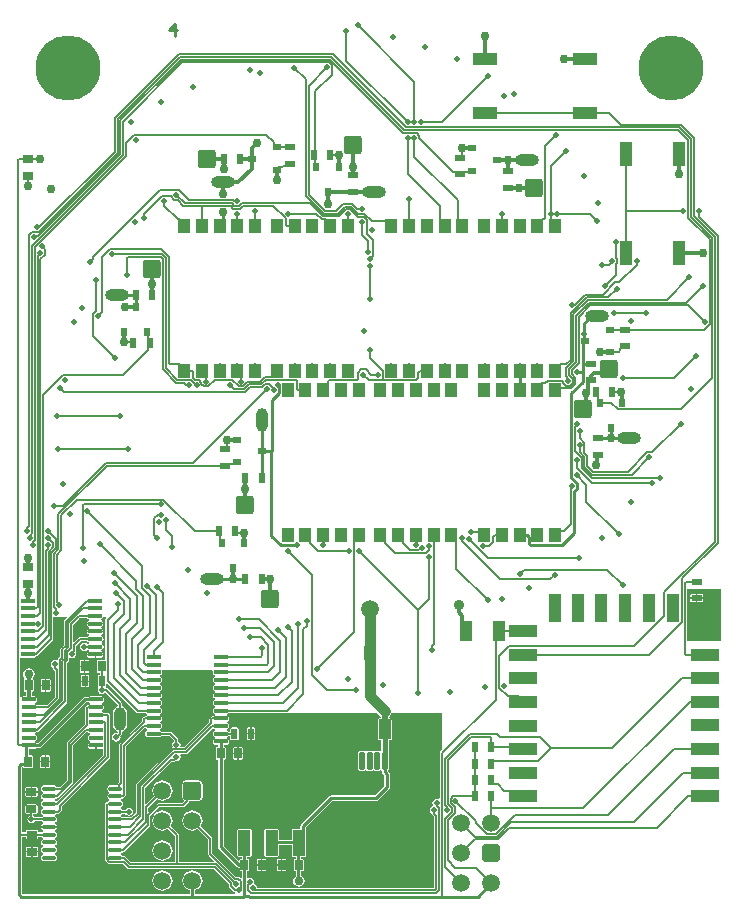
<source format=gbr>
%TF.GenerationSoftware,Altium Limited,Altium Designer,20.1.8 (145)*%
G04 Layer_Physical_Order=4*
G04 Layer_Color=3649023*
%FSLAX44Y44*%
%MOMM*%
%TF.SameCoordinates,743C107F-9E53-4DF5-BF78-65164CE4EDE1*%
%TF.FilePolarity,Positive*%
%TF.FileFunction,Copper,L4,Bot,Signal*%
%TF.Part,Single*%
G01*
G75*
%TA.AperFunction,Conductor*%
%ADD10C,0.1270*%
%ADD11C,0.2540*%
%ADD12C,0.1524*%
%ADD46C,0.3048*%
%ADD47C,0.4064*%
%ADD48C,0.2032*%
%ADD49C,0.1778*%
%TA.AperFunction,NonConductor*%
%ADD50C,0.2540*%
%TA.AperFunction,ComponentPad*%
G04:AMPARAMS|DCode=51|XSize=1.5mm|YSize=1.5mm|CornerRadius=0.1875mm|HoleSize=0mm|Usage=FLASHONLY|Rotation=270.000|XOffset=0mm|YOffset=0mm|HoleType=Round|Shape=RoundedRectangle|*
%AMROUNDEDRECTD51*
21,1,1.5000,1.1250,0,0,270.0*
21,1,1.1250,1.5000,0,0,270.0*
1,1,0.3750,-0.5625,-0.5625*
1,1,0.3750,-0.5625,0.5625*
1,1,0.3750,0.5625,0.5625*
1,1,0.3750,0.5625,-0.5625*
%
%ADD51ROUNDEDRECTD51*%
%ADD52C,1.5000*%
G04:AMPARAMS|DCode=53|XSize=1.5mm|YSize=1.5mm|CornerRadius=0.15mm|HoleSize=0mm|Usage=FLASHONLY|Rotation=180.000|XOffset=0mm|YOffset=0mm|HoleType=Round|Shape=RoundedRectangle|*
%AMROUNDEDRECTD53*
21,1,1.5000,1.2000,0,0,180.0*
21,1,1.2000,1.5000,0,0,180.0*
1,1,0.3000,-0.6000,0.6000*
1,1,0.3000,0.6000,0.6000*
1,1,0.3000,0.6000,-0.6000*
1,1,0.3000,-0.6000,-0.6000*
%
%ADD53ROUNDEDRECTD53*%
%TA.AperFunction,ViaPad*%
%ADD54C,5.5000*%
%TA.AperFunction,ComponentPad*%
%ADD55C,0.5600*%
%ADD56O,2.2000X1.1000*%
%ADD57O,1.9000X1.1000*%
%TA.AperFunction,ViaPad*%
%ADD58C,0.4600*%
%ADD59C,0.7600*%
%ADD60C,0.9000*%
%ADD61C,1.5000*%
%TA.AperFunction,SMDPad,CuDef*%
G04:AMPARAMS|DCode=63|XSize=1.65mm|YSize=0.95mm|CornerRadius=0.0048mm|HoleSize=0mm|Usage=FLASHONLY|Rotation=270.000|XOffset=0mm|YOffset=0mm|HoleType=Round|Shape=RoundedRectangle|*
%AMROUNDEDRECTD63*
21,1,1.6500,0.9405,0,0,270.0*
21,1,1.6405,0.9500,0,0,270.0*
1,1,0.0095,-0.4703,-0.8203*
1,1,0.0095,-0.4703,0.8203*
1,1,0.0095,0.4703,0.8203*
1,1,0.0095,0.4703,-0.8203*
%
%ADD63ROUNDEDRECTD63*%
G04:AMPARAMS|DCode=64|XSize=1.5mm|YSize=1.5mm|CornerRadius=0.1875mm|HoleSize=0mm|Usage=FLASHONLY|Rotation=180.000|XOffset=0mm|YOffset=0mm|HoleType=Round|Shape=RoundedRectangle|*
%AMROUNDEDRECTD64*
21,1,1.5000,1.1250,0,0,180.0*
21,1,1.1250,1.5000,0,0,180.0*
1,1,0.3750,-0.5625,0.5625*
1,1,0.3750,0.5625,0.5625*
1,1,0.3750,0.5625,-0.5625*
1,1,0.3750,-0.5625,-0.5625*
%
%ADD64ROUNDEDRECTD64*%
%ADD65O,1.0000X2.0000*%
G04:AMPARAMS|DCode=66|XSize=1mm|YSize=1.25mm|CornerRadius=0.005mm|HoleSize=0mm|Usage=FLASHONLY|Rotation=180.000|XOffset=0mm|YOffset=0mm|HoleType=Round|Shape=RoundedRectangle|*
%AMROUNDEDRECTD66*
21,1,1.0000,1.2400,0,0,180.0*
21,1,0.9900,1.2500,0,0,180.0*
1,1,0.0100,-0.4950,0.6200*
1,1,0.0100,0.4950,0.6200*
1,1,0.0100,0.4950,-0.6200*
1,1,0.0100,-0.4950,-0.6200*
%
%ADD66ROUNDEDRECTD66*%
%ADD67O,2.0000X1.0000*%
G04:AMPARAMS|DCode=68|XSize=0.85mm|YSize=0.5mm|CornerRadius=0.0025mm|HoleSize=0mm|Usage=FLASHONLY|Rotation=270.000|XOffset=0mm|YOffset=0mm|HoleType=Round|Shape=RoundedRectangle|*
%AMROUNDEDRECTD68*
21,1,0.8500,0.4950,0,0,270.0*
21,1,0.8450,0.5000,0,0,270.0*
1,1,0.0050,-0.2475,-0.4225*
1,1,0.0050,-0.2475,0.4225*
1,1,0.0050,0.2475,0.4225*
1,1,0.0050,0.2475,-0.4225*
%
%ADD68ROUNDEDRECTD68*%
G04:AMPARAMS|DCode=69|XSize=0.85mm|YSize=0.5mm|CornerRadius=0.0025mm|HoleSize=0mm|Usage=FLASHONLY|Rotation=0.000|XOffset=0mm|YOffset=0mm|HoleType=Round|Shape=RoundedRectangle|*
%AMROUNDEDRECTD69*
21,1,0.8500,0.4950,0,0,0.0*
21,1,0.8450,0.5000,0,0,0.0*
1,1,0.0050,0.4225,-0.2475*
1,1,0.0050,-0.4225,-0.2475*
1,1,0.0050,-0.4225,0.2475*
1,1,0.0050,0.4225,0.2475*
%
%ADD69ROUNDEDRECTD69*%
G04:AMPARAMS|DCode=70|XSize=1.1mm|YSize=2.3mm|CornerRadius=0.0055mm|HoleSize=0mm|Usage=FLASHONLY|Rotation=270.000|XOffset=0mm|YOffset=0mm|HoleType=Round|Shape=RoundedRectangle|*
%AMROUNDEDRECTD70*
21,1,1.1000,2.2890,0,0,270.0*
21,1,1.0890,2.3000,0,0,270.0*
1,1,0.0110,-1.1445,-0.5445*
1,1,0.0110,-1.1445,0.5445*
1,1,0.0110,1.1445,0.5445*
1,1,0.0110,1.1445,-0.5445*
%
%ADD70ROUNDEDRECTD70*%
G04:AMPARAMS|DCode=71|XSize=1.1mm|YSize=2.3mm|CornerRadius=0.0055mm|HoleSize=0mm|Usage=FLASHONLY|Rotation=180.000|XOffset=0mm|YOffset=0mm|HoleType=Round|Shape=RoundedRectangle|*
%AMROUNDEDRECTD71*
21,1,1.1000,2.2890,0,0,180.0*
21,1,1.0890,2.3000,0,0,180.0*
1,1,0.0110,-0.5445,1.1445*
1,1,0.0110,0.5445,1.1445*
1,1,0.0110,0.5445,-1.1445*
1,1,0.0110,-0.5445,-1.1445*
%
%ADD71ROUNDEDRECTD71*%
G04:AMPARAMS|DCode=72|XSize=0.55mm|YSize=0.7mm|CornerRadius=0.0028mm|HoleSize=0mm|Usage=FLASHONLY|Rotation=0.000|XOffset=0mm|YOffset=0mm|HoleType=Round|Shape=RoundedRectangle|*
%AMROUNDEDRECTD72*
21,1,0.5500,0.6945,0,0,0.0*
21,1,0.5445,0.7000,0,0,0.0*
1,1,0.0055,0.2723,-0.3473*
1,1,0.0055,-0.2723,-0.3473*
1,1,0.0055,-0.2723,0.3473*
1,1,0.0055,0.2723,0.3473*
%
%ADD72ROUNDEDRECTD72*%
G04:AMPARAMS|DCode=73|XSize=2.1mm|YSize=1mm|CornerRadius=0.05mm|HoleSize=0mm|Usage=FLASHONLY|Rotation=90.000|XOffset=0mm|YOffset=0mm|HoleType=Round|Shape=RoundedRectangle|*
%AMROUNDEDRECTD73*
21,1,2.1000,0.9000,0,0,90.0*
21,1,2.0000,1.0000,0,0,90.0*
1,1,0.1000,0.4500,1.0000*
1,1,0.1000,0.4500,-1.0000*
1,1,0.1000,-0.4500,-1.0000*
1,1,0.1000,-0.4500,1.0000*
%
%ADD73ROUNDEDRECTD73*%
G04:AMPARAMS|DCode=74|XSize=2.1mm|YSize=1mm|CornerRadius=0.05mm|HoleSize=0mm|Usage=FLASHONLY|Rotation=180.000|XOffset=0mm|YOffset=0mm|HoleType=Round|Shape=RoundedRectangle|*
%AMROUNDEDRECTD74*
21,1,2.1000,0.9000,0,0,180.0*
21,1,2.0000,1.0000,0,0,180.0*
1,1,0.1000,-1.0000,0.4500*
1,1,0.1000,1.0000,0.4500*
1,1,0.1000,1.0000,-0.4500*
1,1,0.1000,-1.0000,-0.4500*
%
%ADD74ROUNDEDRECTD74*%
G04:AMPARAMS|DCode=75|XSize=0.85mm|YSize=0.6mm|CornerRadius=0.003mm|HoleSize=0mm|Usage=FLASHONLY|Rotation=0.000|XOffset=0mm|YOffset=0mm|HoleType=Round|Shape=RoundedRectangle|*
%AMROUNDEDRECTD75*
21,1,0.8500,0.5940,0,0,0.0*
21,1,0.8440,0.6000,0,0,0.0*
1,1,0.0060,0.4220,-0.2970*
1,1,0.0060,-0.4220,-0.2970*
1,1,0.0060,-0.4220,0.2970*
1,1,0.0060,0.4220,0.2970*
%
%ADD75ROUNDEDRECTD75*%
G04:AMPARAMS|DCode=76|XSize=0.85mm|YSize=0.6mm|CornerRadius=0.003mm|HoleSize=0mm|Usage=FLASHONLY|Rotation=270.000|XOffset=0mm|YOffset=0mm|HoleType=Round|Shape=RoundedRectangle|*
%AMROUNDEDRECTD76*
21,1,0.8500,0.5940,0,0,270.0*
21,1,0.8440,0.6000,0,0,270.0*
1,1,0.0060,-0.2970,-0.4220*
1,1,0.0060,-0.2970,0.4220*
1,1,0.0060,0.2970,0.4220*
1,1,0.0060,0.2970,-0.4220*
%
%ADD76ROUNDEDRECTD76*%
%ADD77O,1.2000X0.4000*%
G04:AMPARAMS|DCode=78|XSize=3.355mm|YSize=4.12mm|CornerRadius=0.2852mm|HoleSize=0mm|Usage=FLASHONLY|Rotation=0.000|XOffset=0mm|YOffset=0mm|HoleType=Round|Shape=RoundedRectangle|*
%AMROUNDEDRECTD78*
21,1,3.3550,3.5497,0,0,0.0*
21,1,2.7847,4.1200,0,0,0.0*
1,1,0.5704,1.3923,-1.7748*
1,1,0.5704,-1.3923,-1.7748*
1,1,0.5704,-1.3923,1.7748*
1,1,0.5704,1.3923,1.7748*
%
%ADD78ROUNDEDRECTD78*%
%ADD79O,1.1500X0.4000*%
G04:AMPARAMS|DCode=80|XSize=1mm|YSize=2.15mm|CornerRadius=0.005mm|HoleSize=0mm|Usage=FLASHONLY|Rotation=0.000|XOffset=0mm|YOffset=0mm|HoleType=Round|Shape=RoundedRectangle|*
%AMROUNDEDRECTD80*
21,1,1.0000,2.1400,0,0,0.0*
21,1,0.9900,2.1500,0,0,0.0*
1,1,0.0100,0.4950,-1.0700*
1,1,0.0100,-0.4950,-1.0700*
1,1,0.0100,-0.4950,1.0700*
1,1,0.0100,0.4950,1.0700*
%
%ADD80ROUNDEDRECTD80*%
G04:AMPARAMS|DCode=81|XSize=3.25mm|YSize=2.15mm|CornerRadius=0.0108mm|HoleSize=0mm|Usage=FLASHONLY|Rotation=0.000|XOffset=0mm|YOffset=0mm|HoleType=Round|Shape=RoundedRectangle|*
%AMROUNDEDRECTD81*
21,1,3.2500,2.1285,0,0,0.0*
21,1,3.2285,2.1500,0,0,0.0*
1,1,0.0215,1.6143,-1.0642*
1,1,0.0215,-1.6143,-1.0642*
1,1,0.0215,-1.6143,1.0642*
1,1,0.0215,1.6143,1.0642*
%
%ADD81ROUNDEDRECTD81*%
G04:AMPARAMS|DCode=82|XSize=0.55mm|YSize=0.7mm|CornerRadius=0.0028mm|HoleSize=0mm|Usage=FLASHONLY|Rotation=270.000|XOffset=0mm|YOffset=0mm|HoleType=Round|Shape=RoundedRectangle|*
%AMROUNDEDRECTD82*
21,1,0.5500,0.6945,0,0,270.0*
21,1,0.5445,0.7000,0,0,270.0*
1,1,0.0055,-0.3473,-0.2723*
1,1,0.0055,-0.3473,0.2723*
1,1,0.0055,0.3473,0.2723*
1,1,0.0055,0.3473,-0.2723*
%
%ADD82ROUNDEDRECTD82*%
G04:AMPARAMS|DCode=83|XSize=0.45mm|YSize=1.5mm|CornerRadius=0.1125mm|HoleSize=0mm|Usage=FLASHONLY|Rotation=180.000|XOffset=0mm|YOffset=0mm|HoleType=Round|Shape=RoundedRectangle|*
%AMROUNDEDRECTD83*
21,1,0.4500,1.2750,0,0,180.0*
21,1,0.2250,1.5000,0,0,180.0*
1,1,0.2250,-0.1125,0.6375*
1,1,0.2250,0.1125,0.6375*
1,1,0.2250,0.1125,-0.6375*
1,1,0.2250,-0.1125,-0.6375*
%
%ADD83ROUNDEDRECTD83*%
%TA.AperFunction,Conductor*%
%ADD84C,0.9144*%
%ADD85C,0.5080*%
G36*
X-223226Y-209698D02*
X-222837Y-210637D01*
X-223183Y-210983D01*
X-223632Y-211655D01*
X-223790Y-212448D01*
X-223790Y-212448D01*
Y-246400D01*
X-229720D01*
X-230521Y-246731D01*
X-230852Y-247532D01*
Y-255972D01*
X-230521Y-256773D01*
X-229720Y-257104D01*
X-228434D01*
Y-258952D01*
X-229225D01*
X-230022Y-259282D01*
X-230352Y-260078D01*
Y-268528D01*
X-230022Y-269325D01*
X-229826Y-269972D01*
X-230047Y-270304D01*
X-230319Y-271669D01*
X-230047Y-273035D01*
X-229274Y-274193D01*
X-228116Y-274966D01*
X-226750Y-275238D01*
X-225385Y-274966D01*
X-224227Y-274193D01*
X-224150Y-274077D01*
X-223139Y-273978D01*
X-213011Y-284105D01*
Y-285365D01*
X-213675Y-285497D01*
X-215665Y-286827D01*
X-216995Y-288817D01*
X-217462Y-291164D01*
Y-301164D01*
X-216995Y-303511D01*
X-215665Y-305501D01*
X-213675Y-306831D01*
X-213562Y-306854D01*
X-213391Y-307657D01*
X-214161Y-308386D01*
X-214376Y-308343D01*
X-215742Y-308615D01*
X-216899Y-309389D01*
X-217673Y-310546D01*
X-217945Y-311912D01*
X-217673Y-313278D01*
X-216899Y-314435D01*
X-215742Y-315209D01*
X-214376Y-315481D01*
X-213010Y-315209D01*
X-211853Y-314435D01*
X-211079Y-313278D01*
X-210807Y-311912D01*
X-211005Y-310921D01*
X-210138Y-310054D01*
X-209773Y-309508D01*
X-209645Y-308864D01*
Y-306963D01*
X-208981Y-306831D01*
X-206991Y-305501D01*
X-205661Y-303511D01*
X-205194Y-301164D01*
Y-291164D01*
X-205661Y-288817D01*
X-206991Y-286827D01*
X-208981Y-285497D01*
X-209645Y-285365D01*
Y-283407D01*
X-209773Y-282763D01*
X-210138Y-282217D01*
X-221876Y-270479D01*
X-222422Y-270114D01*
X-222854Y-270028D01*
X-223228Y-269364D01*
X-223331Y-268970D01*
X-223148Y-268528D01*
Y-266670D01*
X-222210Y-266281D01*
X-197717Y-290774D01*
X-197045Y-291223D01*
X-196252Y-291380D01*
X-196252Y-291380D01*
X-189124D01*
X-189056Y-291483D01*
X-188291Y-291994D01*
X-188218Y-292297D01*
Y-292820D01*
X-188291Y-293123D01*
X-189056Y-293634D01*
X-189384Y-294125D01*
X-190188D01*
X-190832Y-294253D01*
X-191378Y-294618D01*
X-192276Y-295516D01*
X-192641Y-296062D01*
X-192769Y-296707D01*
Y-298168D01*
X-211349Y-316748D01*
X-211714Y-317294D01*
X-211842Y-317938D01*
Y-349915D01*
X-213332Y-351405D01*
X-213697Y-351951D01*
X-213738Y-352156D01*
X-219024D01*
X-220201Y-352390D01*
X-221198Y-353056D01*
X-221865Y-354054D01*
X-222099Y-355231D01*
X-221865Y-356408D01*
X-221198Y-357405D01*
X-220433Y-357916D01*
X-220361Y-358219D01*
Y-358743D01*
X-220433Y-359045D01*
X-221198Y-359556D01*
X-221865Y-360554D01*
X-222099Y-361731D01*
X-221865Y-362907D01*
X-221198Y-363905D01*
X-220433Y-364416D01*
X-220361Y-364719D01*
Y-365243D01*
X-220433Y-365545D01*
X-221198Y-366056D01*
X-221526Y-366547D01*
X-221659D01*
X-222303Y-366675D01*
X-222849Y-367040D01*
X-223865Y-368056D01*
X-224230Y-368602D01*
X-224358Y-369247D01*
Y-415243D01*
X-224230Y-415887D01*
X-223865Y-416433D01*
X-221726Y-418572D01*
X-221180Y-418937D01*
X-220536Y-419065D01*
X-208552D01*
X-205020Y-422597D01*
X-204474Y-422962D01*
X-203830Y-423090D01*
X-131484D01*
X-118846Y-435728D01*
Y-437988D01*
X-118718Y-438632D01*
X-118353Y-439178D01*
X-114888Y-442642D01*
X-114342Y-443007D01*
X-114240Y-443383D01*
X-115001Y-444399D01*
X-147669D01*
Y-441422D01*
X-145729Y-440618D01*
X-143950Y-439253D01*
X-142585Y-437474D01*
X-141727Y-435403D01*
X-141434Y-433180D01*
X-141727Y-430956D01*
X-142585Y-428885D01*
X-143950Y-427106D01*
X-145729Y-425741D01*
X-147800Y-424883D01*
X-150023Y-424590D01*
X-152247Y-424883D01*
X-154318Y-425741D01*
X-156097Y-427106D01*
X-157462Y-428885D01*
X-158320Y-430956D01*
X-158613Y-433180D01*
X-158320Y-435403D01*
X-157462Y-437474D01*
X-156097Y-439253D01*
X-154318Y-440618D01*
X-152331Y-441441D01*
Y-444399D01*
X-293969D01*
X-294399Y-443969D01*
Y-396302D01*
X-291102D01*
Y-397201D01*
X-290771Y-398001D01*
X-289970Y-398333D01*
X-281530D01*
X-280729Y-398001D01*
X-280398Y-397201D01*
Y-396302D01*
X-277267D01*
X-277198Y-396405D01*
X-276433Y-396916D01*
X-276361Y-397219D01*
Y-397743D01*
X-276433Y-398045D01*
X-277198Y-398556D01*
X-277865Y-399554D01*
X-278099Y-400731D01*
X-277865Y-401908D01*
X-277198Y-402905D01*
X-276433Y-403416D01*
X-276361Y-403719D01*
Y-404243D01*
X-276433Y-404545D01*
X-277198Y-405056D01*
X-277865Y-406054D01*
X-278099Y-407231D01*
X-277865Y-408408D01*
X-277198Y-409405D01*
X-276433Y-409916D01*
X-276361Y-410219D01*
Y-410743D01*
X-276433Y-411045D01*
X-277198Y-411556D01*
X-277865Y-412554D01*
X-278099Y-413731D01*
X-277865Y-414907D01*
X-277198Y-415905D01*
X-276201Y-416572D01*
X-275024Y-416806D01*
X-267524D01*
X-266347Y-416572D01*
X-265349Y-415905D01*
X-264683Y-414907D01*
X-264449Y-413731D01*
X-264683Y-412554D01*
X-265349Y-411556D01*
X-266114Y-411045D01*
X-266187Y-410743D01*
Y-410219D01*
X-266114Y-409916D01*
X-265349Y-409405D01*
X-264683Y-408408D01*
X-264449Y-407231D01*
X-264683Y-406054D01*
X-265349Y-405056D01*
X-266114Y-404545D01*
X-266187Y-404243D01*
Y-403719D01*
X-266114Y-403416D01*
X-265349Y-402905D01*
X-264683Y-401908D01*
X-264449Y-400731D01*
X-264683Y-399554D01*
X-265349Y-398556D01*
X-266114Y-398045D01*
X-266187Y-397743D01*
Y-397219D01*
X-266114Y-396916D01*
X-265349Y-396405D01*
X-264683Y-395407D01*
X-264449Y-394231D01*
X-264683Y-393054D01*
X-265349Y-392056D01*
X-266114Y-391545D01*
X-266187Y-391243D01*
Y-390719D01*
X-266114Y-390416D01*
X-265349Y-389905D01*
X-264683Y-388908D01*
X-264550Y-388239D01*
X-271273D01*
X-277998D01*
X-277865Y-388908D01*
X-277198Y-389905D01*
X-276433Y-390416D01*
X-276361Y-390719D01*
Y-391243D01*
X-276433Y-391545D01*
X-277198Y-392056D01*
X-277267Y-392159D01*
X-280398D01*
Y-391261D01*
X-280729Y-390460D01*
X-281530Y-390129D01*
X-289970D01*
X-290771Y-390460D01*
X-291102Y-391261D01*
Y-392159D01*
X-294399D01*
Y-337245D01*
X-294277Y-337123D01*
X-293038D01*
X-292841Y-337598D01*
X-292040Y-337930D01*
X-286100D01*
X-285299Y-337598D01*
X-284968Y-336798D01*
Y-328358D01*
X-285299Y-327557D01*
X-286100Y-327225D01*
X-288243D01*
Y-321844D01*
X-284562D01*
X-283385Y-321610D01*
X-282622Y-321100D01*
X-279526D01*
X-278634Y-320923D01*
X-277878Y-320417D01*
X-239561Y-282100D01*
X-237502D01*
X-236971Y-282455D01*
X-236899Y-282757D01*
Y-283281D01*
X-236971Y-283584D01*
X-237736Y-284095D01*
X-238065Y-284586D01*
X-238672D01*
X-239316Y-284714D01*
X-239862Y-285079D01*
X-240606Y-285823D01*
X-240971Y-286369D01*
X-241099Y-287013D01*
Y-301124D01*
X-255856Y-315882D01*
X-256221Y-316428D01*
X-256349Y-317072D01*
Y-347923D01*
X-261974Y-353547D01*
X-265021D01*
X-265349Y-353056D01*
X-266347Y-352390D01*
X-267524Y-352156D01*
X-275024D01*
X-276201Y-352390D01*
X-277198Y-353056D01*
X-277865Y-354054D01*
X-278099Y-355231D01*
X-277865Y-356408D01*
X-277198Y-357405D01*
X-276433Y-357916D01*
X-276361Y-358219D01*
Y-358743D01*
X-276433Y-359045D01*
X-277198Y-359556D01*
X-277865Y-360554D01*
X-278099Y-361731D01*
X-277865Y-362907D01*
X-277198Y-363905D01*
X-276433Y-364416D01*
X-276361Y-364719D01*
Y-365243D01*
X-276433Y-365545D01*
X-277198Y-366056D01*
X-277865Y-367054D01*
X-278099Y-368231D01*
X-277865Y-369408D01*
X-277198Y-370405D01*
X-276433Y-370916D01*
X-276361Y-371219D01*
Y-371743D01*
X-276433Y-372045D01*
X-277198Y-372556D01*
X-277865Y-373554D01*
X-278099Y-374731D01*
X-277865Y-375908D01*
X-277198Y-376905D01*
X-276433Y-377416D01*
X-276361Y-377719D01*
Y-378243D01*
X-276433Y-378545D01*
X-277198Y-379056D01*
X-277526Y-379547D01*
X-283158D01*
X-283720Y-378707D01*
X-284560Y-378146D01*
Y-376697D01*
X-282023D01*
X-281222Y-376365D01*
X-280891Y-375565D01*
Y-369625D01*
X-281222Y-368824D01*
X-282023Y-368493D01*
X-290463D01*
X-291264Y-368824D01*
X-291595Y-369625D01*
Y-375565D01*
X-291264Y-376365D01*
X-290463Y-376697D01*
X-287926D01*
Y-378146D01*
X-288766Y-378707D01*
X-289540Y-379865D01*
X-289811Y-381231D01*
X-289540Y-382596D01*
X-288766Y-383754D01*
X-287609Y-384528D01*
X-286243Y-384799D01*
X-284877Y-384528D01*
X-283720Y-383754D01*
X-283158Y-382914D01*
X-277526D01*
X-277198Y-383405D01*
X-276433Y-383916D01*
X-276361Y-384219D01*
Y-384743D01*
X-276433Y-385045D01*
X-277198Y-385556D01*
X-277865Y-386554D01*
X-277998Y-387223D01*
X-271273D01*
X-264550D01*
X-264683Y-386554D01*
X-265349Y-385556D01*
X-266114Y-385045D01*
X-266187Y-384743D01*
Y-384219D01*
X-266114Y-383916D01*
X-265349Y-383405D01*
X-264683Y-382407D01*
X-264449Y-381231D01*
X-264683Y-380054D01*
X-265349Y-379056D01*
X-266114Y-378545D01*
X-266187Y-378243D01*
Y-377719D01*
X-266114Y-377416D01*
X-265349Y-376905D01*
X-265021Y-376414D01*
X-263850D01*
X-263206Y-376286D01*
X-262659Y-375921D01*
X-261301Y-374563D01*
X-260936Y-374017D01*
X-260808Y-373372D01*
Y-370309D01*
X-220116Y-329617D01*
X-219751Y-329071D01*
X-219623Y-328427D01*
Y-293513D01*
X-219751Y-292869D01*
X-220116Y-292323D01*
X-220860Y-291579D01*
X-221406Y-291214D01*
X-222050Y-291086D01*
X-225060D01*
X-225388Y-290595D01*
X-226153Y-290084D01*
X-226225Y-289781D01*
Y-289257D01*
X-226153Y-288955D01*
X-225388Y-288444D01*
X-224721Y-287446D01*
X-224487Y-286269D01*
X-224721Y-285092D01*
X-225388Y-284095D01*
X-226153Y-283584D01*
X-226225Y-283281D01*
Y-282757D01*
X-226153Y-282455D01*
X-225388Y-281944D01*
X-224721Y-280946D01*
X-224487Y-279769D01*
X-224721Y-278592D01*
X-225388Y-277595D01*
X-226385Y-276928D01*
X-227562Y-276694D01*
X-235562D01*
X-236739Y-276928D01*
X-237502Y-277438D01*
X-240526D01*
X-241418Y-277616D01*
X-242174Y-278121D01*
X-280492Y-316438D01*
X-282622D01*
X-283153Y-316084D01*
X-283225Y-315781D01*
Y-315257D01*
X-283153Y-314955D01*
X-282388Y-314444D01*
X-281721Y-313446D01*
X-281487Y-312269D01*
X-281721Y-311092D01*
X-282388Y-310095D01*
X-283153Y-309584D01*
X-283225Y-309281D01*
Y-308757D01*
X-283153Y-308455D01*
X-282388Y-307944D01*
X-282059Y-307453D01*
X-281982D01*
X-281338Y-307324D01*
X-280792Y-306959D01*
X-256570Y-282738D01*
X-256205Y-282192D01*
X-256077Y-281547D01*
Y-248822D01*
X-254721Y-247466D01*
X-254356Y-246919D01*
X-254228Y-246275D01*
Y-244695D01*
X-253332Y-244216D01*
X-253142Y-244343D01*
X-251777Y-244614D01*
X-250411Y-244343D01*
X-249253Y-243569D01*
X-248479Y-242411D01*
X-248208Y-241046D01*
X-248479Y-239680D01*
X-248848Y-239129D01*
X-248791Y-238843D01*
Y-234565D01*
X-244540Y-230313D01*
X-238827D01*
X-238498Y-230804D01*
X-237733Y-231315D01*
X-237661Y-231618D01*
Y-232142D01*
X-237728Y-232420D01*
X-238615Y-232879D01*
X-239346Y-232396D01*
X-240188Y-231833D01*
X-241554Y-231561D01*
X-242920Y-231833D01*
X-244077Y-232607D01*
X-244851Y-233764D01*
X-245123Y-235130D01*
X-244851Y-236496D01*
X-244077Y-237653D01*
X-242920Y-238427D01*
X-241554Y-238699D01*
X-240188Y-238427D01*
X-239346Y-237864D01*
X-238615Y-237381D01*
X-237728Y-237840D01*
X-237661Y-238118D01*
Y-238642D01*
X-237733Y-238944D01*
X-238498Y-239456D01*
X-239165Y-240453D01*
X-239298Y-241122D01*
X-232325D01*
X-225350D01*
X-225483Y-240453D01*
X-226150Y-239456D01*
X-226915Y-238944D01*
X-226987Y-238642D01*
Y-238118D01*
X-226915Y-237816D01*
X-226150Y-237304D01*
X-225483Y-236307D01*
X-225249Y-235130D01*
X-225483Y-233953D01*
X-226150Y-232956D01*
X-226915Y-232444D01*
X-226987Y-232142D01*
Y-231618D01*
X-226915Y-231315D01*
X-226150Y-230804D01*
X-225483Y-229807D01*
X-225249Y-228630D01*
X-225483Y-227453D01*
X-226150Y-226456D01*
X-226915Y-225944D01*
X-226987Y-225642D01*
Y-225118D01*
X-226915Y-224816D01*
X-226150Y-224304D01*
X-225483Y-223307D01*
X-225350Y-222638D01*
X-232325D01*
X-239298D01*
X-239165Y-223307D01*
X-238498Y-224304D01*
X-237733Y-224816D01*
X-237661Y-225118D01*
Y-225642D01*
X-237733Y-225944D01*
X-238498Y-226456D01*
X-238827Y-226947D01*
X-245237D01*
X-245881Y-227075D01*
X-246427Y-227440D01*
X-250138Y-231151D01*
X-251077Y-230762D01*
Y-216753D01*
X-245138Y-210813D01*
X-238827D01*
X-238498Y-211304D01*
X-237733Y-211816D01*
X-237661Y-212118D01*
Y-212642D01*
X-237733Y-212945D01*
X-238498Y-213456D01*
X-239165Y-214453D01*
X-239298Y-215122D01*
X-232325D01*
X-225350D01*
X-225483Y-214453D01*
X-226150Y-213456D01*
X-226915Y-212945D01*
X-226987Y-212642D01*
Y-212118D01*
X-226915Y-211816D01*
X-226150Y-211304D01*
X-225483Y-210307D01*
X-225362Y-209698D01*
X-223226D01*
D02*
G37*
G36*
X297961Y-230692D02*
X268756Y-230693D01*
Y-186182D01*
X297961Y-186182D01*
Y-230692D01*
D02*
G37*
G36*
X-266528Y-209698D02*
X-265421Y-209918D01*
X-264314Y-209698D01*
X-256577D01*
X-256188Y-210637D01*
X-258523Y-212971D01*
X-258888Y-213517D01*
X-259016Y-214162D01*
Y-233591D01*
X-261674Y-236249D01*
X-262039Y-236795D01*
X-262167Y-237439D01*
Y-243684D01*
X-263523Y-245040D01*
X-263888Y-245586D01*
X-263983Y-246066D01*
X-264882Y-246687D01*
X-265102Y-246540D01*
X-266467Y-246269D01*
X-267833Y-246540D01*
X-268991Y-247314D01*
X-269764Y-248472D01*
X-270036Y-249837D01*
X-269764Y-251203D01*
X-268991Y-252360D01*
X-268151Y-252922D01*
Y-253079D01*
X-268023Y-253723D01*
X-267658Y-254269D01*
X-266302Y-255625D01*
Y-278009D01*
X-272878Y-284586D01*
X-282059D01*
X-282388Y-284095D01*
X-283153Y-283584D01*
X-283225Y-283281D01*
Y-282757D01*
X-283153Y-282455D01*
X-282388Y-281944D01*
X-281721Y-280946D01*
X-281487Y-279769D01*
X-281721Y-278592D01*
X-282388Y-277595D01*
X-283385Y-276928D01*
X-284562Y-276694D01*
X-285972D01*
Y-273114D01*
X-285592D01*
X-284792Y-272783D01*
X-284460Y-271982D01*
Y-263542D01*
X-284792Y-262742D01*
X-284849Y-262555D01*
X-284958Y-261573D01*
X-284025Y-260177D01*
X-283652Y-258298D01*
X-284025Y-256419D01*
X-285090Y-254826D01*
X-286683Y-253762D01*
X-288562Y-253388D01*
X-290441Y-253762D01*
X-292034Y-254826D01*
X-293099Y-256419D01*
X-293472Y-258298D01*
X-293099Y-260177D01*
X-292166Y-261573D01*
X-292275Y-262555D01*
X-292333Y-262742D01*
X-292664Y-263542D01*
Y-271982D01*
X-292333Y-272783D01*
X-291532Y-273114D01*
X-291152D01*
Y-276694D01*
X-292562D01*
X-293739Y-276928D01*
X-294666Y-277547D01*
X-295031Y-277466D01*
X-295682Y-277181D01*
Y-244904D01*
X-294666Y-244361D01*
X-294501Y-244471D01*
X-293324Y-244705D01*
X-285324D01*
X-284147Y-244471D01*
X-283150Y-243804D01*
X-282822Y-243313D01*
X-282458D01*
X-281814Y-243185D01*
X-281267Y-242820D01*
X-268365Y-229918D01*
X-268001Y-229372D01*
X-267872Y-228728D01*
Y-209698D01*
X-266528D01*
D02*
G37*
G36*
X-132673Y-255558D02*
X-132722Y-255632D01*
X-132956Y-256809D01*
X-132722Y-257985D01*
X-132056Y-258983D01*
X-131291Y-259494D01*
X-131218Y-259797D01*
Y-260320D01*
X-131291Y-260623D01*
X-132056Y-261134D01*
X-132722Y-262132D01*
X-132956Y-263309D01*
X-132722Y-264485D01*
X-132056Y-265483D01*
X-131291Y-265994D01*
X-131218Y-266297D01*
Y-266821D01*
X-131291Y-267123D01*
X-132056Y-267634D01*
X-132722Y-268632D01*
X-132956Y-269809D01*
X-132722Y-270985D01*
X-132056Y-271983D01*
X-131291Y-272494D01*
X-131218Y-272797D01*
Y-273321D01*
X-131291Y-273623D01*
X-132056Y-274134D01*
X-132722Y-275132D01*
X-132956Y-276309D01*
X-132722Y-277485D01*
X-132056Y-278483D01*
X-131291Y-278994D01*
X-131218Y-279297D01*
Y-279820D01*
X-131291Y-280123D01*
X-132056Y-280634D01*
X-132722Y-281632D01*
X-132956Y-282809D01*
X-132722Y-283985D01*
X-132056Y-284983D01*
X-131291Y-285494D01*
X-131218Y-285797D01*
Y-286320D01*
X-131291Y-286623D01*
X-132056Y-287134D01*
X-132722Y-288132D01*
X-132956Y-289309D01*
X-132722Y-290485D01*
X-132056Y-291483D01*
X-131291Y-291994D01*
X-131218Y-292297D01*
Y-292820D01*
X-131291Y-293123D01*
X-132056Y-293634D01*
X-132384Y-294125D01*
X-133184D01*
X-133828Y-294253D01*
X-134374Y-294618D01*
X-135272Y-295516D01*
X-135637Y-296063D01*
X-135765Y-296707D01*
Y-299358D01*
X-156870Y-320463D01*
X-159963D01*
X-160442Y-319567D01*
X-160315Y-319377D01*
X-160043Y-318012D01*
X-160315Y-316646D01*
X-161088Y-315488D01*
X-161928Y-314927D01*
Y-313859D01*
X-162057Y-313215D01*
X-162421Y-312669D01*
X-167472Y-307618D01*
X-168018Y-307253D01*
X-168662Y-307125D01*
X-176379D01*
X-176707Y-306634D01*
X-177472Y-306123D01*
X-177544Y-305821D01*
Y-305297D01*
X-177472Y-304994D01*
X-176707Y-304483D01*
X-176040Y-303485D01*
X-175806Y-302309D01*
X-176040Y-301132D01*
X-176707Y-300134D01*
X-177472Y-299623D01*
X-177544Y-299321D01*
Y-298797D01*
X-177472Y-298494D01*
X-176707Y-297983D01*
X-176040Y-296985D01*
X-175806Y-295809D01*
X-176040Y-294632D01*
X-176707Y-293634D01*
X-177472Y-293123D01*
X-177544Y-292820D01*
Y-292297D01*
X-177472Y-291994D01*
X-176707Y-291483D01*
X-176040Y-290485D01*
X-175806Y-289309D01*
X-176040Y-288132D01*
X-176707Y-287134D01*
X-177472Y-286623D01*
X-177544Y-286320D01*
Y-285797D01*
X-177472Y-285494D01*
X-176707Y-284983D01*
X-176040Y-283985D01*
X-175806Y-282809D01*
X-176040Y-281632D01*
X-176707Y-280634D01*
X-177472Y-280123D01*
X-177544Y-279820D01*
Y-279297D01*
X-177472Y-278994D01*
X-176707Y-278483D01*
X-176040Y-277485D01*
X-175806Y-276309D01*
X-176040Y-275132D01*
X-176707Y-274134D01*
X-177472Y-273623D01*
X-177544Y-273321D01*
Y-272797D01*
X-177472Y-272494D01*
X-176707Y-271983D01*
X-176040Y-270985D01*
X-175806Y-269809D01*
X-176040Y-268632D01*
X-176707Y-267634D01*
X-177472Y-267123D01*
X-177544Y-266821D01*
Y-266297D01*
X-177472Y-265994D01*
X-176707Y-265483D01*
X-176040Y-264485D01*
X-175806Y-263309D01*
X-176040Y-262132D01*
X-176707Y-261134D01*
X-177472Y-260623D01*
X-177544Y-260320D01*
Y-259797D01*
X-177472Y-259494D01*
X-176707Y-258983D01*
X-176040Y-257985D01*
X-175806Y-256809D01*
X-176040Y-255632D01*
X-176090Y-255558D01*
X-175547Y-254542D01*
X-133216D01*
X-132673Y-255558D01*
D02*
G37*
G36*
X61318Y-322340D02*
X59854Y-323805D01*
X59404Y-324477D01*
X59247Y-325270D01*
X59247Y-325270D01*
Y-363630D01*
X58351Y-364109D01*
X58168Y-363987D01*
X56803Y-363715D01*
X55437Y-363987D01*
X54279Y-364761D01*
X53506Y-365918D01*
X53234Y-367284D01*
X53506Y-368650D01*
X53846Y-369159D01*
X53379Y-370288D01*
X53151Y-370334D01*
X51993Y-371107D01*
X51220Y-372265D01*
X50948Y-373630D01*
X51220Y-374996D01*
X51993Y-376154D01*
X52833Y-376715D01*
Y-376790D01*
X52961Y-377435D01*
X53326Y-377981D01*
X54682Y-379337D01*
Y-439828D01*
X54670Y-439840D01*
X-95211D01*
X-95347Y-439674D01*
X-95618Y-438308D01*
X-96392Y-437151D01*
X-97550Y-436377D01*
X-97821Y-435287D01*
X-97633Y-434344D01*
X-97905Y-432978D01*
X-98678Y-431820D01*
X-99836Y-431047D01*
X-101201Y-430775D01*
X-102567Y-431047D01*
X-102745Y-431165D01*
X-103641Y-430686D01*
Y-425266D01*
X-103001D01*
X-102201Y-424935D01*
X-101869Y-424134D01*
Y-415694D01*
X-102201Y-414893D01*
X-103001Y-414562D01*
X-103641D01*
Y-412791D01*
X-101021D01*
X-100205Y-412453D01*
X-99868Y-411637D01*
Y-390237D01*
X-100205Y-389421D01*
X-101021Y-389083D01*
X-110921D01*
X-111737Y-389421D01*
X-112075Y-390237D01*
Y-411637D01*
X-111737Y-412453D01*
X-110921Y-412791D01*
X-108302D01*
Y-414562D01*
X-108941D01*
X-109742Y-414893D01*
X-110074Y-415694D01*
Y-416026D01*
X-111012Y-416415D01*
X-123550Y-403877D01*
Y-330845D01*
X-122911D01*
X-122111Y-330513D01*
X-121779Y-329712D01*
Y-321272D01*
X-122111Y-320472D01*
X-122911Y-320140D01*
X-123550D01*
Y-318384D01*
X-121881D01*
X-120704Y-318150D01*
X-119707Y-317483D01*
X-119040Y-316485D01*
X-118806Y-315309D01*
X-119040Y-314132D01*
X-119707Y-313134D01*
X-120472Y-312623D01*
X-120544Y-312320D01*
Y-311797D01*
X-120472Y-311494D01*
X-119707Y-310983D01*
X-119379Y-310492D01*
X-117978D01*
Y-313034D01*
X-117648Y-313830D01*
X-116852Y-314160D01*
X-111902D01*
X-111105Y-313830D01*
X-110775Y-313034D01*
Y-304584D01*
X-111105Y-303787D01*
X-111902Y-303457D01*
X-116852D01*
X-117648Y-303787D01*
X-117978Y-304584D01*
Y-307125D01*
X-119379D01*
X-119707Y-306634D01*
X-120472Y-306123D01*
X-120544Y-305821D01*
Y-305297D01*
X-120472Y-304994D01*
X-119707Y-304483D01*
X-119040Y-303485D01*
X-118806Y-302309D01*
X-119040Y-301132D01*
X-119707Y-300134D01*
X-120472Y-299623D01*
X-120544Y-299321D01*
Y-298797D01*
X-120472Y-298494D01*
X-119707Y-297983D01*
X-119040Y-296985D01*
X-118806Y-295809D01*
X-119040Y-294632D01*
X-119707Y-293634D01*
X-120472Y-293123D01*
X-120544Y-292820D01*
Y-292297D01*
X-120472Y-291994D01*
X-119707Y-291483D01*
X-119638Y-291380D01*
X-70301D01*
X-70301Y-291380D01*
X-70088Y-291338D01*
X6281D01*
X8971Y-294029D01*
X9374Y-294298D01*
Y-295646D01*
X8298D01*
X7484Y-295984D01*
X7146Y-296798D01*
Y-313202D01*
X7484Y-314016D01*
X8298Y-314354D01*
X9892D01*
Y-323186D01*
X9812Y-323257D01*
X8876Y-323636D01*
X8460Y-323358D01*
X7625Y-323192D01*
X5375D01*
X4540Y-323358D01*
X3832Y-323831D01*
X2668D01*
X1960Y-323358D01*
X1125Y-323192D01*
X-1125D01*
X-1960Y-323358D01*
X-2668Y-323831D01*
X-3832D01*
X-4540Y-323358D01*
X-5375Y-323192D01*
X-7625D01*
X-8460Y-323358D01*
X-9169Y-323831D01*
X-9642Y-324540D01*
X-9808Y-325375D01*
Y-338125D01*
X-9642Y-338960D01*
X-9169Y-339669D01*
X-8460Y-340142D01*
X-7625Y-340308D01*
X-5375D01*
X-4540Y-340142D01*
X-3832Y-339669D01*
X-2668D01*
X-1960Y-340142D01*
X-1125Y-340308D01*
X1125D01*
X1960Y-340142D01*
X2668Y-339669D01*
X3832D01*
X4540Y-340142D01*
X5375Y-340308D01*
X7625D01*
X8460Y-340142D01*
X9168Y-339669D01*
X9747D01*
X10669Y-340545D01*
Y-341331D01*
X10847Y-342223D01*
X11352Y-342979D01*
X12413Y-344040D01*
Y-353099D01*
X4477Y-361035D01*
X-32645D01*
X-33537Y-361212D01*
X-34293Y-361718D01*
X-57889Y-385314D01*
X-58395Y-386070D01*
X-58572Y-386962D01*
Y-389083D01*
X-64921D01*
X-65737Y-389421D01*
X-66075Y-390237D01*
Y-398555D01*
X-76868D01*
Y-390237D01*
X-77206Y-389421D01*
X-78021Y-389083D01*
X-87921D01*
X-88737Y-389421D01*
X-89075Y-390237D01*
Y-411637D01*
X-88737Y-412453D01*
X-87921Y-412791D01*
X-78021D01*
X-77206Y-412453D01*
X-76868Y-411637D01*
Y-403217D01*
X-66075D01*
Y-411637D01*
X-65737Y-412453D01*
X-64921Y-412791D01*
X-62602D01*
Y-414562D01*
X-62941D01*
X-63742Y-414893D01*
X-64074Y-415694D01*
Y-424134D01*
X-63742Y-424935D01*
X-62941Y-425266D01*
X-62602D01*
Y-429346D01*
X-63444Y-429908D01*
X-64508Y-431501D01*
X-64882Y-433380D01*
X-64508Y-435259D01*
X-63444Y-436852D01*
X-61851Y-437916D01*
X-59971Y-438290D01*
X-58092Y-437916D01*
X-56499Y-436852D01*
X-55435Y-435259D01*
X-55061Y-433380D01*
X-55435Y-431501D01*
X-56499Y-429908D01*
X-57941Y-428945D01*
Y-425266D01*
X-57001D01*
X-56201Y-424935D01*
X-55869Y-424134D01*
Y-415694D01*
X-56201Y-414893D01*
X-57001Y-414562D01*
X-57941D01*
Y-412791D01*
X-55021D01*
X-54205Y-412453D01*
X-53868Y-411637D01*
Y-390237D01*
X-53911Y-390133D01*
Y-387928D01*
X-31680Y-365697D01*
X5442D01*
X6334Y-365519D01*
X7090Y-365014D01*
X16392Y-355713D01*
X16897Y-354957D01*
X17074Y-354065D01*
Y-343074D01*
X16897Y-342182D01*
X16392Y-341426D01*
X15736Y-340771D01*
X15668Y-339669D01*
X16142Y-338960D01*
X16308Y-338125D01*
Y-325375D01*
X16142Y-324540D01*
X16108Y-324489D01*
Y-314354D01*
X17702D01*
X18516Y-314016D01*
X18854Y-313202D01*
Y-296798D01*
X18516Y-295984D01*
X17702Y-295646D01*
X16626D01*
Y-294298D01*
X17029Y-294029D01*
X18264Y-292180D01*
X18431Y-291338D01*
X61318D01*
X61318Y-322340D01*
D02*
G37*
G36*
X-131291Y-304994D02*
X-131218Y-305297D01*
Y-305821D01*
X-131291Y-306123D01*
X-132056Y-306634D01*
X-132722Y-307632D01*
X-132956Y-308809D01*
X-132722Y-309985D01*
X-132056Y-310983D01*
X-131291Y-311494D01*
X-131218Y-311797D01*
Y-312320D01*
X-131291Y-312623D01*
X-132056Y-313134D01*
X-132722Y-314132D01*
X-132956Y-315309D01*
X-132722Y-316485D01*
X-132056Y-317483D01*
X-131058Y-318150D01*
X-129881Y-318384D01*
X-128212D01*
Y-320140D01*
X-128851D01*
X-129652Y-320472D01*
X-129983Y-321272D01*
Y-329712D01*
X-129652Y-330513D01*
X-128851Y-330845D01*
X-128212D01*
Y-404842D01*
X-128034Y-405734D01*
X-127529Y-406491D01*
X-112458Y-421562D01*
X-111702Y-422067D01*
X-110810Y-422245D01*
X-110074D01*
Y-424134D01*
X-109742Y-424935D01*
X-108941Y-425266D01*
X-108302D01*
Y-430822D01*
X-109241Y-431211D01*
X-110124Y-430327D01*
X-110670Y-429963D01*
X-111315Y-429834D01*
X-113513D01*
X-133033Y-410315D01*
Y-397687D01*
X-133161Y-397043D01*
X-133526Y-396497D01*
X-142916Y-387106D01*
X-142585Y-386674D01*
X-141727Y-384603D01*
X-141434Y-382380D01*
X-141727Y-380157D01*
X-142585Y-378085D01*
X-143950Y-376306D01*
X-145729Y-374941D01*
X-147800Y-374083D01*
X-150023Y-373790D01*
X-152247Y-374083D01*
X-154318Y-374941D01*
X-156097Y-376306D01*
X-157462Y-378085D01*
X-158320Y-380157D01*
X-158613Y-382380D01*
X-158320Y-384603D01*
X-157462Y-386674D01*
X-156097Y-388453D01*
X-154318Y-389818D01*
X-152247Y-390676D01*
X-150023Y-390969D01*
X-147800Y-390676D01*
X-145729Y-389818D01*
X-145297Y-389487D01*
X-136399Y-398384D01*
Y-411012D01*
X-136271Y-411656D01*
X-135906Y-412202D01*
X-131610Y-416499D01*
X-131999Y-417437D01*
X-161415D01*
Y-394705D01*
X-161543Y-394061D01*
X-161908Y-393515D01*
X-168316Y-387106D01*
X-167985Y-386674D01*
X-167127Y-384603D01*
X-166834Y-382380D01*
X-167127Y-380157D01*
X-167985Y-378085D01*
X-169350Y-376306D01*
X-171129Y-374941D01*
X-173200Y-374083D01*
X-175424Y-373790D01*
X-177647Y-374083D01*
X-179718Y-374941D01*
X-181497Y-376306D01*
X-182862Y-378085D01*
X-183720Y-380157D01*
X-184013Y-382380D01*
X-183720Y-384603D01*
X-182862Y-386674D01*
X-181497Y-388453D01*
X-179718Y-389818D01*
X-177647Y-390676D01*
X-175424Y-390969D01*
X-173200Y-390676D01*
X-171129Y-389818D01*
X-170697Y-389487D01*
X-164781Y-395402D01*
Y-417437D01*
X-202185D01*
X-207082Y-412540D01*
X-207628Y-412175D01*
X-208273Y-412047D01*
X-209021D01*
X-209349Y-411556D01*
X-210114Y-411045D01*
X-210187Y-410743D01*
Y-410219D01*
X-210114Y-409916D01*
X-209349Y-409405D01*
X-209021Y-408914D01*
X-208563D01*
X-207918Y-408786D01*
X-207372Y-408421D01*
X-186001Y-387049D01*
X-185636Y-386503D01*
X-185508Y-385859D01*
Y-378541D01*
X-178060Y-371093D01*
X-158092D01*
X-157448Y-370965D01*
X-156902Y-370600D01*
X-153631Y-367329D01*
X-153266Y-366783D01*
X-153138Y-366139D01*
Y-365552D01*
X-144398D01*
X-143271Y-365328D01*
X-142314Y-364689D01*
X-141675Y-363733D01*
X-141451Y-362605D01*
Y-351355D01*
X-141675Y-350227D01*
X-142314Y-349270D01*
X-143271Y-348631D01*
X-144398Y-348407D01*
X-155648D01*
X-156777Y-348631D01*
X-157733Y-349270D01*
X-158372Y-350227D01*
X-158596Y-351355D01*
Y-362605D01*
X-158372Y-363733D01*
X-157733Y-364689D01*
X-157407Y-364907D01*
X-157253Y-366190D01*
X-158789Y-367726D01*
X-178757D01*
X-179402Y-367855D01*
X-179948Y-368219D01*
X-186855Y-375127D01*
X-187794Y-374738D01*
Y-371730D01*
X-180150Y-364087D01*
X-179718Y-364418D01*
X-177647Y-365276D01*
X-175424Y-365569D01*
X-173200Y-365276D01*
X-171129Y-364418D01*
X-169350Y-363053D01*
X-167985Y-361274D01*
X-167127Y-359203D01*
X-166834Y-356980D01*
X-167127Y-354757D01*
X-167985Y-352685D01*
X-169350Y-350906D01*
X-171129Y-349541D01*
X-173200Y-348683D01*
X-175424Y-348390D01*
X-177647Y-348683D01*
X-179718Y-349541D01*
X-181497Y-350906D01*
X-182862Y-352685D01*
X-183720Y-354757D01*
X-184013Y-356980D01*
X-183720Y-359203D01*
X-182862Y-361274D01*
X-182531Y-361706D01*
X-189141Y-368317D01*
X-190080Y-367928D01*
Y-354801D01*
X-167768Y-332489D01*
X-165850D01*
X-165206Y-332361D01*
X-164660Y-331996D01*
X-164603Y-331939D01*
X-163612Y-332136D01*
X-162246Y-331865D01*
X-161088Y-331091D01*
X-160315Y-329933D01*
X-160043Y-328568D01*
X-160315Y-327202D01*
X-160442Y-327012D01*
X-159963Y-326116D01*
X-155226D01*
X-154582Y-325988D01*
X-154036Y-325623D01*
X-133125Y-304712D01*
X-132056Y-304483D01*
X-131291Y-304994D01*
D02*
G37*
G36*
X-237736Y-307944D02*
X-236971Y-308455D01*
X-236899Y-308757D01*
Y-309281D01*
X-236971Y-309584D01*
X-237736Y-310095D01*
X-238403Y-311092D01*
X-238637Y-312269D01*
X-238403Y-313446D01*
X-237736Y-314444D01*
X-236971Y-314955D01*
X-236899Y-315257D01*
Y-315781D01*
X-236971Y-316084D01*
X-237736Y-316595D01*
X-238403Y-317592D01*
X-238536Y-318261D01*
X-231562D01*
Y-318769D01*
X-231054D01*
Y-321844D01*
X-227562D01*
X-226385Y-321610D01*
X-226292Y-321548D01*
X-225276Y-322091D01*
Y-326783D01*
X-264621Y-366128D01*
X-265350Y-366056D01*
X-266114Y-365545D01*
X-266187Y-365243D01*
Y-364719D01*
X-266114Y-364416D01*
X-265349Y-363905D01*
X-265021Y-363414D01*
X-264544D01*
X-263900Y-363286D01*
X-263354Y-362921D01*
X-251190Y-350757D01*
X-250825Y-350211D01*
X-250697Y-349567D01*
Y-318716D01*
X-239433Y-307453D01*
X-238065D01*
X-237736Y-307944D01*
D02*
G37*
G36*
X-189056Y-304483D02*
X-188291Y-304994D01*
X-188218Y-305297D01*
Y-305821D01*
X-188291Y-306123D01*
X-189056Y-306634D01*
X-189722Y-307632D01*
X-189956Y-308809D01*
X-189722Y-309985D01*
X-189056Y-310983D01*
X-188058Y-311650D01*
X-186881Y-311884D01*
X-178881D01*
X-177704Y-311650D01*
X-176707Y-310983D01*
X-176379Y-310492D01*
X-169359D01*
X-165784Y-314067D01*
X-165891Y-315325D01*
X-166135Y-315488D01*
X-166909Y-316646D01*
X-167180Y-318012D01*
X-166909Y-319377D01*
X-166804Y-319533D01*
X-166916Y-320592D01*
X-167462Y-320956D01*
X-197525Y-351020D01*
X-197890Y-351566D01*
X-198018Y-352210D01*
Y-375832D01*
X-201734Y-379547D01*
X-209021D01*
X-209349Y-379056D01*
X-210114Y-378545D01*
X-210187Y-378243D01*
Y-377719D01*
X-210114Y-377416D01*
X-209349Y-376905D01*
X-209021Y-376414D01*
X-206961D01*
X-206400Y-377254D01*
X-205242Y-378028D01*
X-203877Y-378299D01*
X-202511Y-378028D01*
X-201353Y-377254D01*
X-200580Y-376096D01*
X-200308Y-374731D01*
X-200580Y-373365D01*
X-201353Y-372207D01*
X-202511Y-371434D01*
X-203877Y-371162D01*
X-205242Y-371434D01*
X-206400Y-372207D01*
X-206961Y-373047D01*
X-209021D01*
X-209349Y-372556D01*
X-210114Y-372045D01*
X-210187Y-371743D01*
Y-371219D01*
X-210114Y-370916D01*
X-209349Y-370405D01*
X-208683Y-369408D01*
X-208449Y-368231D01*
X-208683Y-367054D01*
X-209349Y-366056D01*
X-210114Y-365545D01*
X-210187Y-365243D01*
Y-364719D01*
X-210114Y-364416D01*
X-209349Y-363905D01*
X-209021Y-363414D01*
X-208915D01*
X-208271Y-363286D01*
X-207725Y-362921D01*
X-206683Y-361878D01*
X-206318Y-361332D01*
X-206189Y-360688D01*
Y-319583D01*
X-190584Y-303978D01*
X-189393D01*
X-189056Y-304483D01*
D02*
G37*
%LPC*%
G36*
X-225350Y-216138D02*
X-232325D01*
X-239298D01*
X-239165Y-216807D01*
X-238498Y-217804D01*
X-237733Y-218316D01*
X-237661Y-218618D01*
Y-219142D01*
X-237733Y-219445D01*
X-238498Y-219956D01*
X-239165Y-220953D01*
X-239298Y-221622D01*
X-232325D01*
X-225350D01*
X-225483Y-220953D01*
X-226150Y-219956D01*
X-226915Y-219445D01*
X-226987Y-219142D01*
Y-218618D01*
X-226915Y-218316D01*
X-226150Y-217804D01*
X-225483Y-216807D01*
X-225350Y-216138D01*
D02*
G37*
G36*
X-225350Y-242138D02*
X-231817D01*
Y-244705D01*
X-228324D01*
X-227147Y-244471D01*
X-226150Y-243804D01*
X-225483Y-242807D01*
X-225350Y-242138D01*
D02*
G37*
G36*
X-232833D02*
X-239298D01*
X-239165Y-242807D01*
X-238498Y-243804D01*
X-237501Y-244471D01*
X-236324Y-244705D01*
X-232833D01*
Y-242138D01*
D02*
G37*
G36*
X-238280Y-246400D02*
X-240742D01*
Y-251244D01*
X-237148D01*
Y-247532D01*
X-237480Y-246731D01*
X-238280Y-246400D01*
D02*
G37*
G36*
X-241758D02*
X-244220D01*
X-245021Y-246731D01*
X-245352Y-247532D01*
Y-251244D01*
X-241758D01*
Y-246400D01*
D02*
G37*
G36*
X-237148Y-252260D02*
X-240742D01*
Y-257104D01*
X-238280D01*
X-237480Y-256773D01*
X-237148Y-255972D01*
Y-252260D01*
D02*
G37*
G36*
X-241758D02*
X-245352D01*
Y-255972D01*
X-245021Y-256773D01*
X-244220Y-257104D01*
X-241758D01*
Y-252260D01*
D02*
G37*
G36*
X-238275Y-258952D02*
X-240243D01*
Y-263796D01*
X-237148D01*
Y-260078D01*
X-237479Y-259282D01*
X-238275Y-258952D01*
D02*
G37*
G36*
X-241259D02*
X-243225D01*
X-244022Y-259282D01*
X-244352Y-260078D01*
Y-263796D01*
X-241259D01*
Y-258952D01*
D02*
G37*
G36*
X-237148Y-264812D02*
X-240243D01*
Y-269655D01*
X-238275D01*
X-237479Y-269325D01*
X-237148Y-268528D01*
Y-264812D01*
D02*
G37*
G36*
X-241259D02*
X-244352D01*
Y-268528D01*
X-244022Y-269325D01*
X-243225Y-269655D01*
X-241259D01*
Y-264812D01*
D02*
G37*
G36*
X-271600Y-327225D02*
X-274062D01*
Y-332070D01*
X-270468D01*
Y-328358D01*
X-270800Y-327557D01*
X-271600Y-327225D01*
D02*
G37*
G36*
X-275078D02*
X-277540D01*
X-278341Y-327557D01*
X-278672Y-328358D01*
Y-332070D01*
X-275078D01*
Y-327225D01*
D02*
G37*
G36*
X-270468Y-333086D02*
X-274062D01*
Y-337930D01*
X-271600D01*
X-270800Y-337598D01*
X-270468Y-336798D01*
Y-333086D01*
D02*
G37*
G36*
X-275078D02*
X-278672D01*
Y-336798D01*
X-278341Y-337598D01*
X-277540Y-337930D01*
X-275078D01*
Y-333086D01*
D02*
G37*
G36*
X-282023Y-353993D02*
X-285735D01*
Y-357587D01*
X-280891D01*
Y-355125D01*
X-281222Y-354324D01*
X-282023Y-353993D01*
D02*
G37*
G36*
X-286751D02*
X-290463D01*
X-291264Y-354324D01*
X-291595Y-355125D01*
Y-357587D01*
X-286751D01*
Y-353993D01*
D02*
G37*
G36*
X-280891Y-358603D02*
X-285735D01*
Y-362197D01*
X-282023D01*
X-281222Y-361865D01*
X-280891Y-361065D01*
Y-358603D01*
D02*
G37*
G36*
X-286751D02*
X-291595D01*
Y-361065D01*
X-291264Y-361865D01*
X-290463Y-362197D01*
X-286751D01*
Y-358603D01*
D02*
G37*
G36*
X-281530Y-404628D02*
X-285242D01*
Y-408223D01*
X-280398D01*
Y-405761D01*
X-280729Y-404960D01*
X-281530Y-404628D01*
D02*
G37*
G36*
X-286258D02*
X-289970D01*
X-290771Y-404960D01*
X-291102Y-405761D01*
Y-408223D01*
X-286258D01*
Y-404628D01*
D02*
G37*
G36*
X-280398Y-409239D02*
X-285242D01*
Y-412833D01*
X-281530D01*
X-280729Y-412501D01*
X-280398Y-411701D01*
Y-409239D01*
D02*
G37*
G36*
X-286258D02*
X-291102D01*
Y-411701D01*
X-290771Y-412501D01*
X-289970Y-412833D01*
X-286258D01*
Y-409239D01*
D02*
G37*
G36*
X-175424Y-424590D02*
X-177647Y-424883D01*
X-179718Y-425741D01*
X-181497Y-427106D01*
X-182862Y-428885D01*
X-183720Y-430956D01*
X-184013Y-433180D01*
X-183720Y-435403D01*
X-182862Y-437474D01*
X-181497Y-439253D01*
X-179718Y-440618D01*
X-177647Y-441476D01*
X-175424Y-441769D01*
X-173200Y-441476D01*
X-171129Y-440618D01*
X-169350Y-439253D01*
X-167985Y-437474D01*
X-167127Y-435403D01*
X-166834Y-433180D01*
X-167127Y-430956D01*
X-167985Y-428885D01*
X-169350Y-427106D01*
X-171129Y-425741D01*
X-173200Y-424883D01*
X-175424Y-424590D01*
D02*
G37*
G36*
X281085Y-190398D02*
X277368D01*
Y-193492D01*
X282212D01*
Y-191525D01*
X281882Y-190728D01*
X281085Y-190398D01*
D02*
G37*
G36*
X276352D02*
X272635D01*
X271838Y-190728D01*
X271508Y-191525D01*
Y-193492D01*
X276352D01*
Y-190398D01*
D02*
G37*
G36*
X282212Y-194508D02*
X277368D01*
Y-197602D01*
X281085D01*
X281882Y-197272D01*
X282212Y-196475D01*
Y-194508D01*
D02*
G37*
G36*
X276352D02*
X271508D01*
Y-196475D01*
X271838Y-197272D01*
X272635Y-197602D01*
X276352D01*
Y-194508D01*
D02*
G37*
G36*
X-271092Y-262410D02*
X-273554D01*
Y-267253D01*
X-269960D01*
Y-263542D01*
X-270292Y-262742D01*
X-271092Y-262410D01*
D02*
G37*
G36*
X-274570D02*
X-277032D01*
X-277833Y-262742D01*
X-278164Y-263542D01*
Y-267253D01*
X-274570D01*
Y-262410D01*
D02*
G37*
G36*
X-269960Y-268270D02*
X-273554D01*
Y-273114D01*
X-271092D01*
X-270292Y-272783D01*
X-269960Y-271982D01*
Y-268270D01*
D02*
G37*
G36*
X-274570D02*
X-278164D01*
Y-271982D01*
X-277833Y-272783D01*
X-277032Y-273114D01*
X-274570D01*
Y-268270D01*
D02*
G37*
G36*
X-97902Y-303457D02*
X-99869D01*
Y-308300D01*
X-96775D01*
Y-304584D01*
X-97105Y-303787D01*
X-97902Y-303457D01*
D02*
G37*
G36*
X-100885D02*
X-102852D01*
X-103648Y-303787D01*
X-103978Y-304584D01*
Y-308300D01*
X-100885D01*
Y-303457D01*
D02*
G37*
G36*
X-96775Y-309316D02*
X-99869D01*
Y-314160D01*
X-97902D01*
X-97105Y-313830D01*
X-96775Y-313034D01*
Y-309316D01*
D02*
G37*
G36*
X-100885D02*
X-103978D01*
Y-313034D01*
X-103648Y-313830D01*
X-102852Y-314160D01*
X-100885D01*
Y-309316D01*
D02*
G37*
G36*
X-108411Y-320140D02*
X-110873D01*
Y-324985D01*
X-107279D01*
Y-321272D01*
X-107611Y-320472D01*
X-108411Y-320140D01*
D02*
G37*
G36*
X-111889D02*
X-114351D01*
X-115152Y-320472D01*
X-115483Y-321272D01*
Y-324985D01*
X-111889D01*
Y-320140D01*
D02*
G37*
G36*
X-107279Y-326001D02*
X-110873D01*
Y-330845D01*
X-108411D01*
X-107611Y-330513D01*
X-107279Y-329712D01*
Y-326001D01*
D02*
G37*
G36*
X-111889D02*
X-115483D01*
Y-329712D01*
X-115152Y-330513D01*
X-114351Y-330845D01*
X-111889D01*
Y-326001D01*
D02*
G37*
G36*
X-88501Y-414562D02*
X-90964D01*
Y-419406D01*
X-87369D01*
Y-415694D01*
X-87701Y-414893D01*
X-88501Y-414562D01*
D02*
G37*
G36*
X-71501D02*
X-73963D01*
Y-419406D01*
X-70369D01*
Y-415694D01*
X-70701Y-414893D01*
X-71501Y-414562D01*
D02*
G37*
G36*
X-74979D02*
X-77441D01*
X-78242Y-414893D01*
X-78574Y-415694D01*
Y-419406D01*
X-74979D01*
Y-414562D01*
D02*
G37*
G36*
X-91980D02*
X-94441D01*
X-95242Y-414893D01*
X-95574Y-415694D01*
Y-419406D01*
X-91980D01*
Y-414562D01*
D02*
G37*
G36*
X-70369Y-420422D02*
X-73963D01*
Y-425266D01*
X-71501D01*
X-70701Y-424935D01*
X-70369Y-424134D01*
Y-420422D01*
D02*
G37*
G36*
X-74979D02*
X-78574D01*
Y-424134D01*
X-78242Y-424935D01*
X-77441Y-425266D01*
X-74979D01*
Y-420422D01*
D02*
G37*
G36*
X-87369D02*
X-90964D01*
Y-425266D01*
X-88501D01*
X-87701Y-424935D01*
X-87369Y-424134D01*
Y-420422D01*
D02*
G37*
G36*
X-91980D02*
X-95574D01*
Y-424134D01*
X-95242Y-424935D01*
X-94441Y-425266D01*
X-91980D01*
Y-420422D01*
D02*
G37*
G36*
X-175424Y-399190D02*
X-177647Y-399483D01*
X-179718Y-400341D01*
X-181497Y-401706D01*
X-182862Y-403485D01*
X-183720Y-405556D01*
X-184013Y-407780D01*
X-183720Y-410003D01*
X-182862Y-412074D01*
X-181497Y-413853D01*
X-179718Y-415218D01*
X-177647Y-416076D01*
X-175424Y-416369D01*
X-173200Y-416076D01*
X-171129Y-415218D01*
X-169350Y-413853D01*
X-167985Y-412074D01*
X-167127Y-410003D01*
X-166834Y-407780D01*
X-167127Y-405556D01*
X-167985Y-403485D01*
X-169350Y-401706D01*
X-171129Y-400341D01*
X-173200Y-399483D01*
X-175424Y-399190D01*
D02*
G37*
G36*
X-232070Y-319277D02*
X-238536D01*
X-238403Y-319946D01*
X-237736Y-320944D01*
X-236739Y-321610D01*
X-235562Y-321844D01*
X-232070D01*
Y-319277D01*
D02*
G37*
%LPD*%
D10*
X-155226Y-324433D02*
X-133102Y-302309D01*
X-165324Y-324433D02*
X-155226D01*
X-166271Y-322147D02*
X-156173D01*
X-134082Y-300056D01*
Y-296707D01*
X-133184Y-295809D01*
X-125881D01*
X-207873Y-360688D02*
Y-318885D01*
X-208915Y-361731D02*
X-207873Y-360688D01*
Y-318885D02*
X-191282Y-302294D01*
X-215274Y-361731D02*
X-208915D01*
X-221306Y-328427D02*
Y-293513D01*
X-262492Y-373372D02*
Y-369612D01*
X-263850Y-374731D02*
X-262492Y-373372D01*
Y-369612D02*
X-221306Y-328427D01*
X-271274Y-368231D02*
X-264343D01*
X-223592Y-327480D02*
Y-300013D01*
X-264343Y-368231D02*
X-223592Y-327480D01*
X-211328Y-296164D02*
Y-296164D01*
Y-308864D02*
Y-296164D01*
X-214376Y-311912D02*
X-211328Y-308864D01*
X173935Y54157D02*
X182770Y62991D01*
X197682D01*
X208036Y73345D01*
X171000Y53968D02*
X171189Y54157D01*
X173935D01*
X38025Y179697D02*
Y195910D01*
X74484Y125336D02*
Y143238D01*
X38025Y179697D02*
X74484Y143238D01*
X32225Y165343D02*
Y195910D01*
X59365Y125456D02*
Y138203D01*
X32225Y165343D02*
X59365Y138203D01*
X43825Y208752D02*
X60937D01*
X100207Y248022D01*
X-19985Y260962D02*
Y285802D01*
Y260962D02*
X32225Y208752D01*
X-267094Y-116136D02*
X-259816D01*
X-223283Y-79603D01*
X-149495D01*
X-87094Y-17202D01*
X-87054Y-17243D01*
X-263445Y-122997D02*
X-222336Y-81889D01*
X-263445Y-152742D02*
Y-122997D01*
X-261159Y-123944D02*
X-247775Y-110561D01*
X-261159Y-153689D02*
Y-123944D01*
X-274128Y-221170D02*
Y-153727D01*
X-281588Y-228630D02*
X-274128Y-221170D01*
X-269556Y-228728D02*
Y-155620D01*
X-282458Y-241630D02*
X-269556Y-228728D01*
X-271842Y-154674D02*
X-268017Y-150849D01*
X-271842Y-225360D02*
Y-154674D01*
X-281611Y-235130D02*
X-271842Y-225360D01*
X-274128Y-153727D02*
X-272472Y-152071D01*
Y-149456D02*
X-272152Y-149136D01*
X-272472Y-152071D02*
Y-149456D01*
X-222336Y-81889D02*
X-122741D01*
X-272152Y-143336D02*
X-272104D01*
X-276414Y-217944D02*
Y-21727D01*
X-278700Y-206476D02*
Y92825D01*
X-280986Y-201151D02*
Y95714D01*
X-265731Y-151796D02*
Y-143909D01*
X-272076Y-137564D02*
X-265731Y-143909D01*
X-272104Y-143336D02*
X-268017Y-147423D01*
X-264984Y-157514D02*
X-261159Y-153689D01*
X-267270Y-156567D02*
X-263445Y-152742D01*
X-272076Y-137564D02*
Y-137536D01*
X-269556Y-155620D02*
X-265731Y-151796D01*
X-276414Y-21727D02*
X-259556Y-4869D01*
X-280986Y95714D02*
X-279095Y97605D01*
X-285121Y-149136D02*
X-284551Y-148566D01*
X-264984Y-197379D02*
Y-157514D01*
X-263135Y-199681D02*
Y-199228D01*
X-264984Y-197379D02*
X-263135Y-199228D01*
X-267270Y-201394D02*
Y-156567D01*
Y-201394D02*
X-265421Y-203242D01*
Y-206350D02*
Y-203242D01*
X-268017Y-150849D02*
Y-147423D01*
X-289820Y-134482D02*
X-287971Y-132633D01*
X-289820Y-137536D02*
Y-134482D01*
X-287971Y-132633D02*
Y113650D01*
X-285422Y116199D01*
X-285685Y-139249D02*
Y104240D01*
X-287534Y-143336D02*
X-286897Y-142699D01*
Y-140461D01*
X-285685Y-139249D01*
Y104240D02*
X-208740Y181185D01*
X-284551Y-148566D02*
Y-146201D01*
X-283399Y-145049D01*
Y103293D01*
X-78760Y187673D02*
X-67462D01*
X-79165D02*
X-78760D01*
X-297365Y-317871D02*
Y176632D01*
X-279095Y97605D02*
Y98278D01*
X264660Y-213876D02*
Y-177249D01*
X294777Y-147132D01*
Y112501D01*
X268272Y56133D02*
X282599Y70460D01*
X185610Y56133D02*
X268272D01*
X269738Y53847D02*
X283712Y39873D01*
X186557Y53847D02*
X269738D01*
X176993Y44283D02*
X186557Y53847D01*
X176993Y4787D02*
Y44283D01*
X-147867Y-137216D02*
X-127717D01*
X-174523Y-110561D02*
X-147867Y-137216D01*
X-247775Y-110561D02*
X-174523D01*
X-126662Y-145785D02*
X-125236Y-147211D01*
X-127717Y-137216D02*
X-126662Y-138272D01*
Y-145785D02*
Y-138272D01*
X214908Y-7767D02*
X258144D01*
X276786Y10875D01*
X263892Y-34304D02*
X290205Y-7991D01*
Y110608D01*
X195092Y-29153D02*
X204783D01*
X209934Y-34304D01*
X263892D01*
X272156Y128657D02*
X290205Y110608D01*
X276786Y10875D02*
X276786D01*
X-172318Y-135979D02*
Y-128071D01*
X-167022Y-150387D02*
Y-141276D01*
X-172318Y-135979D02*
X-167022Y-141276D01*
X-211845Y-39539D02*
X-211720Y-39413D01*
X-264562Y-39539D02*
X-211845D01*
X-208944Y-4869D02*
X-187805Y16271D01*
X-259556Y-4869D02*
X-208944D01*
X-258932Y-19369D02*
X-105613D01*
X-262260Y-16041D02*
X-262260D01*
X-258932Y-19369D01*
X-105613D02*
X-101479Y-15234D01*
X-90893D01*
X-116739Y140321D02*
X-114411Y137993D01*
X-156604Y140321D02*
X-116739D01*
X-117686Y138035D02*
X-115358Y135707D01*
X-142000Y138035D02*
X-117686D01*
X-115358Y135707D02*
X-109340D01*
X-226750Y-271669D02*
X-223066D01*
X-211328Y-296164D02*
Y-283407D01*
X-223066Y-271669D02*
X-211328Y-283407D01*
Y-296164D02*
X-211328Y-296164D01*
X-226750Y-271669D02*
Y-264303D01*
X-176344Y101345D02*
X-170135Y95136D01*
X-220050Y101345D02*
X-176344D01*
X-170135Y5141D02*
Y95136D01*
X-175442Y97210D02*
X-172421Y94189D01*
X-218337Y97210D02*
X-175442D01*
X-204144Y94924D02*
X-176389D01*
X-174707Y93242D01*
X-205042Y79736D02*
Y94026D01*
X-204144Y94924D01*
X-174707Y-401D02*
Y93242D01*
X-172421Y545D02*
Y94189D01*
X148590Y189134D02*
X157652Y198195D01*
X148590Y127910D02*
Y189134D01*
X142000Y121320D02*
Y122570D01*
X146365Y126935D01*
X147615D01*
X148590Y127910D01*
X172421Y46177D02*
X184663Y58419D01*
X251594D02*
X270835Y77661D01*
X184663Y58419D02*
X251594D01*
X174707Y45230D02*
X185610Y56133D01*
X170135Y47124D02*
X183716Y60705D01*
X201954D02*
X209232Y67984D01*
X183716Y60705D02*
X201954D01*
X174707Y5734D02*
Y45230D01*
X172421Y6680D02*
Y46177D01*
X170135Y7873D02*
Y47124D01*
X-229946Y44697D02*
X-226729Y47914D01*
Y94666D02*
X-220050Y101345D01*
X-226729Y47914D02*
Y94666D01*
X177826Y-58641D02*
Y-52202D01*
Y-58641D02*
X181961Y-62776D01*
X218720Y-87156D02*
X235286Y-70590D01*
X184247Y-81855D02*
X189549Y-87156D01*
X218720D01*
X184247Y-81855D02*
Y-73606D01*
X181961Y-71320D02*
Y-62776D01*
Y-71320D02*
X184247Y-73606D01*
X235286Y-70590D02*
X239297D01*
X263436Y-46451D01*
X188602Y-89442D02*
X222282D01*
X181961Y-82802D02*
Y-74553D01*
Y-82802D02*
X188602Y-89442D01*
X177826Y-70418D02*
X181961Y-74553D01*
X177826Y-70418D02*
Y-64489D01*
X222282Y-89442D02*
X236999Y-74725D01*
X179675Y-83749D02*
X187943Y-92017D01*
X246111D01*
X173691Y-69516D02*
Y-49086D01*
Y-69516D02*
X179675Y-75500D01*
Y-83749D02*
Y-75500D01*
X175540Y-83604D02*
Y-77212D01*
X188584Y-96649D02*
X239213D01*
X175540Y-83604D02*
X188584Y-96649D01*
X212959Y206903D02*
X263286D01*
X181994Y217058D02*
X202804D01*
X212959Y206903D01*
X181935Y217117D02*
X181994Y217058D01*
X42160Y195356D02*
X70729Y166787D01*
X28619Y200044D02*
X39738D01*
X42160Y197622D01*
Y195356D02*
Y197622D01*
X75075Y166787D02*
X76854Y165007D01*
X70729Y166787D02*
X75075D01*
X-47358Y180927D02*
X-46082Y179650D01*
Y171958D02*
Y179650D01*
X38025Y208752D02*
Y242883D01*
X-10165Y291073D02*
X38025Y242883D01*
Y195910D02*
X38025Y195910D01*
X32225Y195910D02*
X32225Y195910D01*
X-159573Y261910D02*
X-33247D01*
X28619Y200044D01*
X29566Y202330D02*
X261392D01*
X-32300Y264196D02*
X29566Y202330D01*
X-31353Y266482D02*
X30512Y204617D01*
X262339D01*
X-161467Y266482D02*
X-31353D01*
X-160520Y264196D02*
X-32300D01*
X-31772Y249190D02*
Y257202D01*
X-45848Y235114D02*
X-31772Y249190D01*
X-45848Y182437D02*
Y235114D01*
X157000Y-136888D02*
X164374D01*
X-47358Y180927D02*
X-45848Y182437D01*
X278577Y128701D02*
X294777Y112501D01*
X278577Y128701D02*
Y133858D01*
X159103Y131070D02*
X186399D01*
X192475Y124995D02*
X192475D01*
X186399Y131070D02*
X192475Y124995D01*
X202300Y88395D02*
X205319Y91414D01*
X196380Y88395D02*
X202300D01*
X175634Y-90006D02*
X183661Y-98033D01*
Y-112258D02*
X211182Y-139778D01*
X183661Y-112258D02*
Y-98033D01*
X-187191Y-377843D02*
X-178757Y-369410D01*
X-158092D02*
X-154821Y-366139D01*
X-178757Y-369410D02*
X-158092D01*
X-154821Y-361777D02*
X-150023Y-356980D01*
X-154821Y-366139D02*
Y-361777D01*
X-191763Y-354104D02*
X-168465Y-330806D01*
X-165850D02*
X-163612Y-328568D01*
X-168465Y-330806D02*
X-165850D01*
X-191763Y-381153D02*
Y-354104D01*
X142471Y-331747D02*
X153416Y-320802D01*
X102900Y-334730D02*
Y-333612D01*
X104765Y-331747D01*
X142471D01*
X63986Y-330066D02*
X84934Y-309118D01*
X107813D01*
X63986Y-369009D02*
Y-330066D01*
X85881Y-311404D02*
X101600D01*
X66272Y-368063D02*
Y-331013D01*
X85881Y-311404D01*
X110613Y-311918D02*
X144532D01*
X107813Y-309118D02*
X110613Y-311918D01*
X144532D02*
X153416Y-320802D01*
X113681Y-357011D02*
X125076D01*
X104765Y-351784D02*
X108453D01*
X113681Y-357011D01*
X125076D02*
X129794Y-361730D01*
X102900Y-349919D02*
Y-348230D01*
Y-349919D02*
X104765Y-351784D01*
X89816Y-422316D02*
X102900Y-435400D01*
X66272Y-416115D02*
X72472Y-422316D01*
X89816D01*
X66272Y-416115D02*
Y-382274D01*
X70980Y-361268D02*
X88438D01*
X88900Y-361730D01*
Y-361268D02*
Y-348230D01*
Y-361730D02*
Y-361268D01*
Y-334730D02*
Y-320281D01*
Y-348230D02*
Y-334730D01*
X65672Y-373468D02*
X65834Y-373630D01*
X63986Y-369009D02*
X65672Y-370695D01*
Y-373468D02*
Y-370695D01*
X153416Y-320802D02*
X205149D01*
X102900Y-320281D02*
X103075Y-320456D01*
X128399D01*
X129794Y-321852D01*
X102900Y-320281D02*
Y-312704D01*
X101600Y-311404D02*
X102900Y-312704D01*
X66272Y-382274D02*
X72256Y-376290D01*
X68558Y-367116D02*
X72256Y-370814D01*
Y-376290D02*
Y-370814D01*
X68558Y-363690D02*
X70980Y-361268D01*
X68558Y-367116D02*
Y-363690D01*
X63986Y-421885D02*
Y-381327D01*
X69970Y-375343D01*
X66272Y-368063D02*
X69970Y-371760D01*
Y-375343D02*
Y-371760D01*
X63986Y-421885D02*
X77500Y-435400D01*
X205149Y-320802D02*
X264331Y-261620D01*
X102900Y-371647D02*
Y-361730D01*
X102900Y-371647D02*
X181053D01*
X270980Y-281720D01*
X102900Y-384600D02*
Y-371647D01*
X102900Y-371647D01*
X-212142Y-353970D02*
Y-352596D01*
X-210159Y-350613D02*
Y-317938D01*
X-215274Y-355231D02*
X-213403D01*
X-212142Y-353970D01*
Y-352596D02*
X-210159Y-350613D01*
Y-317938D02*
X-191086Y-298866D01*
X-190188Y-295809D02*
X-182881D01*
X-191086Y-296707D02*
X-190188Y-295809D01*
X-191086Y-298866D02*
Y-296707D01*
X-44801Y-254080D02*
X-13163Y-222442D01*
Y-144233D01*
X-191282Y-302294D02*
X-182881D01*
X118390Y-388518D02*
X243010D01*
X89177Y-398323D02*
X108584D01*
X118390Y-388518D01*
X243010D02*
X269798Y-361730D01*
X283750D01*
X106691Y-393751D02*
X122967Y-377474D01*
X201905D02*
X257782Y-321598D01*
X122967Y-377474D02*
X201905D01*
X224063Y-383533D02*
X265678Y-341918D01*
X107637Y-396037D02*
X120141Y-383533D01*
X224063D01*
X264331Y-261620D02*
X283971D01*
X265678Y-341918D02*
X283750D01*
X257782Y-321598D02*
X283750D01*
X270980Y-281720D02*
X283750D01*
X-182119Y-140357D02*
Y-126546D01*
Y-140357D02*
X-179609Y-142867D01*
X-215598Y212351D02*
X-161467Y266482D01*
X-215598Y184025D02*
Y212351D01*
X-213312Y211404D02*
X-160520Y264196D01*
X-213312Y183079D02*
Y211404D01*
X-211026Y210457D02*
X-159573Y261910D01*
X-211026Y182132D02*
Y210457D01*
X-208740Y181185D02*
Y209510D01*
X-158626Y259624D02*
X-34194D01*
X-208740Y209510D02*
X-158626Y259624D01*
X-263578Y-68166D02*
X-263365Y-67952D01*
X-204355D01*
X40943Y-204201D02*
X50115Y-195029D01*
X40943Y-204201D02*
X40943Y-204201D01*
X-48936Y-258721D02*
X-35666Y-271991D01*
X-11875D01*
X-48936Y-258721D02*
Y-174543D01*
X-226750Y-264303D02*
Y-251752D01*
X73490Y-169634D02*
X99878Y-196021D01*
X-163492Y147209D02*
X-156604Y140321D01*
X-162590Y143074D02*
X-157551Y138035D01*
X-165205Y143074D02*
X-162590D01*
X110195Y-177726D02*
X153100D01*
X-190822Y127503D02*
Y131271D01*
X-157000Y-1320D02*
Y-122D01*
X-161365Y4243D02*
X-157000Y-122D01*
X-169237Y4243D02*
X-161365D01*
X-170135Y5141D02*
X-169237Y4243D01*
X-149447Y-7429D02*
X-147655Y-9221D01*
X-157000Y-1320D02*
X-150345D01*
X-149447Y-2218D01*
Y-7429D02*
Y-2218D01*
X-147655Y-9221D02*
X-144755D01*
X-110933Y-14797D02*
X-107507D01*
X-130895Y-9221D02*
X-116509D01*
X-110933Y-14797D01*
X-163601Y-11507D02*
X-157439D01*
X-155590Y-13356D02*
X-152600D01*
X-157439Y-11507D02*
X-155590Y-13356D01*
X-174707Y-401D02*
X-163601Y-11507D01*
X-144755Y-9221D02*
X-142332Y-11643D01*
Y-12373D02*
X-139903Y-14803D01*
X-142332Y-12373D02*
Y-11643D01*
X-162655Y-9221D02*
X-150887D01*
X-146753Y-13356D02*
X-146467D01*
X-150887Y-9221D02*
X-146753Y-13356D01*
X-139903Y-14803D02*
X-136477D01*
X-130895Y-9221D01*
X-138190Y-10668D02*
Y-5130D01*
X-142000Y-1320D02*
X-138190Y-5130D01*
X-118222Y-13356D02*
X-118222D01*
X-114494Y-17083D02*
X-106560D01*
X-118222Y-13356D02*
X-114494Y-17083D01*
X-172421Y545D02*
X-162655Y-9221D01*
X-88778Y-13120D02*
X-85353D01*
X-90893Y-15234D02*
X-88778Y-13120D01*
X-85353D02*
X-81306Y-17167D01*
Y-17938D02*
Y-17167D01*
X-87066Y-17255D02*
X-87054Y-17243D01*
X-92786Y-10662D02*
X-88706Y-6582D01*
X-103372Y-10662D02*
X-92786D01*
X-88706Y-6582D02*
X-82865D01*
X-91840Y-12948D02*
X-88112Y-9221D01*
X-102425Y-12948D02*
X-91840D01*
X-88112Y-9221D02*
X-62659D01*
X-106560Y-17083D02*
X-102425Y-12948D01*
X-107507Y-14797D02*
X-103372Y-10662D01*
X-109220D02*
Y-600D01*
X-112000Y2180D02*
X-109220Y-600D01*
X-62659Y-9221D02*
X-61761Y-10119D01*
Y-16782D02*
Y-10119D01*
X-60863Y-17680D02*
X-54250D01*
X-61761Y-16782D02*
X-60863Y-17680D01*
X-1243Y99022D02*
Y108036D01*
X-6604Y113397D02*
Y124294D01*
Y113397D02*
X-1243Y108036D01*
X2892Y95904D02*
Y109062D01*
X468Y93480D02*
X2892Y95904D01*
X-243007Y-151781D02*
Y-115594D01*
X-242109Y-114696D02*
X-176236D01*
X-243007Y-115594D02*
X-242109Y-114696D01*
X175633Y-90006D02*
X175634D01*
X173691Y-49086D02*
X175540Y-47237D01*
Y-46871D01*
X-243007Y-151781D02*
X-242966Y-151822D01*
X-241554Y-235130D02*
X-232324D01*
X131100Y-169947D02*
X201209D01*
X214244Y-182982D01*
X-9028Y-154230D02*
X-9028D01*
X40943Y-204201D01*
X50115Y-195029D02*
Y-159004D01*
X153303Y131118D02*
Y171696D01*
Y125017D02*
Y131118D01*
X-251777Y-241046D02*
Y-240145D01*
X-250474Y-238843D02*
Y-233868D01*
X-251777Y-240145D02*
X-250474Y-238843D01*
X-257332Y-234288D02*
Y-214162D01*
X-239301Y-196130D01*
X-232324D01*
X-252761Y-236182D02*
Y-216056D01*
X-245835Y-209130D02*
X-232324D01*
X-252761Y-216056D02*
X-245835Y-209130D01*
X-255047Y-215109D02*
X-242568Y-202630D01*
X-255047Y-235235D02*
Y-215109D01*
X-242568Y-202630D02*
X-232324D01*
X-245237Y-228630D02*
X-232324D01*
X-250474Y-233868D02*
X-245237Y-228630D01*
X-260483Y-244382D02*
Y-237439D01*
X-257332Y-234288D01*
X-258197Y-238386D02*
X-255047Y-235235D01*
X-258197Y-245329D02*
Y-238386D01*
X-255912Y-246275D02*
Y-239333D01*
X-252761Y-236182D01*
X153303Y125017D02*
X157000Y121320D01*
X153303Y171696D02*
X166279Y184671D01*
X166607Y-6347D02*
Y866D01*
X172421Y6680D01*
X166607Y-6347D02*
X167407Y-7148D01*
Y-9763D02*
X167728Y-10083D01*
X167407Y-9763D02*
Y-7148D01*
X168892Y-5400D02*
Y-81D01*
Y-5400D02*
X171863Y-8370D01*
X168892Y-81D02*
X174707Y5734D01*
X171178Y-4453D02*
X174149Y-7423D01*
X171178Y-4453D02*
Y-1028D01*
X176993Y4787D01*
X170387Y-16504D02*
X174149Y-12743D01*
X158176Y-16504D02*
X170387D01*
X174149Y-12743D02*
Y-7423D01*
X169440Y-14218D02*
X171863Y-11796D01*
Y-8370D01*
X166015Y-14218D02*
X169440D01*
X163651Y-11854D02*
Y-10775D01*
Y-11854D02*
X166015Y-14218D01*
X162655Y-9779D02*
X163651Y-10775D01*
X151345Y-9779D02*
X162655D01*
X157000Y-17680D02*
X158176Y-16504D01*
X-157551Y138035D02*
X-142000D01*
X112000Y121320D02*
Y131070D01*
X-13163Y-144233D02*
X-9250Y-140320D01*
X-50062Y-147775D02*
X-43608Y-154230D01*
X-17298D01*
X104473Y-142085D02*
X106238Y-140320D01*
X104473Y-146583D02*
Y-142085D01*
X106238Y-140320D02*
X112000D01*
X100985Y-150070D02*
X104473Y-146583D01*
X96413Y-150070D02*
X100985D01*
X-206454Y191310D02*
X-199477Y198287D01*
X-206454Y180238D02*
Y191310D01*
X-199477Y198287D02*
X-87809D01*
X-81280Y189788D02*
X-79165Y187673D01*
X-81280Y189788D02*
Y191758D01*
X-87809Y198287D02*
X-81280Y191758D01*
X74484Y125336D02*
X78500Y121320D01*
X-53795Y146636D02*
X-38666Y131507D01*
X-53795Y146636D02*
Y245175D01*
X-63565Y254945D02*
X-53795Y245175D01*
X-51509Y239887D02*
X-35907Y255489D01*
X-51509Y147583D02*
Y239887D01*
X33500Y121320D02*
Y143927D01*
X-142000Y121320D02*
Y138035D01*
X-142000Y138035D02*
X-142000Y138035D01*
X-175758Y146335D02*
X-168466D01*
X-165205Y143074D01*
X-37719Y133793D02*
X-28085D01*
X-10764Y135642D02*
X-6604D01*
X-22107Y139771D02*
X-14893D01*
X-10764Y135642D01*
X-28085Y133793D02*
X-22107Y139771D01*
X-38666Y131507D02*
X-27138D01*
X-21160Y137485D02*
X-15840D01*
X-9862Y131507D01*
X-27138Y131507D02*
X-21160Y137485D01*
X-9862Y131507D02*
X-4316D01*
X-10017Y128429D02*
X-4891D01*
X-16787Y135199D02*
X-10017Y128429D01*
X-20213Y135199D02*
X-16787D01*
X-39613Y129221D02*
X-26191D01*
X-20213Y135199D01*
X-18500Y121320D02*
Y131064D01*
X-2469Y114423D02*
X2892Y109062D01*
X-2469Y114423D02*
Y126007D01*
X-4316Y131507D02*
X1715Y125476D01*
X-4891Y128429D02*
X-2469Y126007D01*
X1715Y125476D02*
X14344D01*
X18500Y121320D01*
X-117162Y-437988D02*
X-113698Y-441452D01*
X-130787Y-421407D02*
X-117162Y-435031D01*
X-203830Y-421407D02*
X-130787D01*
X-117162Y-437988D02*
Y-435031D01*
X-113698Y-441452D02*
X-110741D01*
X-113308Y-435653D02*
X-113027D01*
X-163098Y-419121D02*
X-129840D01*
X-113308Y-435653D01*
X-207854Y-417382D02*
X-203830Y-421407D01*
X-150023Y-382380D02*
X-134716Y-397687D01*
Y-411012D02*
X-114210Y-431518D01*
X-134716Y-411012D02*
Y-397687D01*
X43933Y-152408D02*
X44570Y-151770D01*
X42150Y-152408D02*
X43933D01*
X40963Y-153595D02*
X42150Y-152408D01*
X34285Y-153595D02*
X40963D01*
X-189477Y-371033D02*
X-175424Y-356980D01*
X-189477Y-383438D02*
Y-371033D01*
X-187191Y-385859D02*
Y-377843D01*
X-208563Y-407231D02*
X-187191Y-385859D01*
X-289324Y-235130D02*
X-281611D01*
X-289324Y-228630D02*
X-281588D01*
X-289324Y-241630D02*
X-282458D01*
X-78500Y-2217D02*
Y-1320D01*
X-82865Y-6582D02*
X-78500Y-2217D01*
X166471Y4209D02*
X170135Y7873D01*
X157000Y-1320D02*
Y-156D01*
X161365Y4209D01*
X166471D01*
X146365Y-12274D02*
X148851D01*
X151345Y-9779D01*
X142000Y-17680D02*
Y-16639D01*
X146365Y-12274D01*
X-196335Y-352210D02*
X-166271Y-322147D01*
X-196335Y-376529D02*
Y-352210D01*
X-201037Y-381231D02*
X-196335Y-376529D01*
X-194049Y-353157D02*
X-165324Y-324433D01*
X-194049Y-378605D02*
Y-353157D01*
X-203175Y-387731D02*
X-194049Y-378605D01*
X77500Y-410000D02*
X89177Y-398323D01*
X109665Y-269887D02*
X116976Y-277198D01*
X109665Y-242910D02*
X117631Y-234945D01*
X109665Y-269887D02*
Y-242910D01*
X129794Y-242096D02*
X236440D01*
X264660Y-213876D01*
X117631Y-234945D02*
X223525D01*
X249659Y-208811D02*
Y-189016D01*
X223525Y-234945D02*
X249659Y-208811D01*
Y-189016D02*
X292491Y-146185D01*
Y111554D01*
X274442Y129603D02*
X292491Y111554D01*
X282869Y33182D02*
X287919Y38233D01*
Y109661D01*
X269870Y127710D02*
X287919Y109661D01*
X215883Y33182D02*
X282869D01*
X-174045Y138365D02*
Y142200D01*
X-157000Y121320D02*
Y122570D01*
X-162615Y126935D02*
X-161365D01*
X-157000Y122570D01*
X-174045Y138365D02*
X-162615Y126935D01*
X-114210Y-431518D02*
X-111315D01*
X-182881Y-308809D02*
X-168662D01*
X-163612Y-318012D02*
Y-313859D01*
X-168662Y-308809D02*
X-163612Y-313859D01*
X-110741Y-441452D02*
X-108892Y-439603D01*
X-111315Y-431518D02*
X-108892Y-433940D01*
Y-439603D02*
Y-433940D01*
X59365Y125456D02*
X63500Y121320D01*
X-81456Y137930D02*
X-70988Y127462D01*
X-70090Y121320D02*
X-63500D01*
X-70988Y122218D02*
X-70090Y121320D01*
X-70988Y122218D02*
Y127462D01*
X-44942Y131318D02*
X-40559Y126935D01*
X-68834Y131318D02*
X-44942D01*
X-108064Y140216D02*
X-50608D01*
X-39613Y129221D01*
X-51509Y147583D02*
X-37719Y133793D01*
X-107117Y137930D02*
X-81456D01*
X-182119Y-126546D02*
X-179358Y-123785D01*
X116976Y-277198D02*
X125273D01*
X129794Y-281720D01*
X-50062Y-147775D02*
Y-144508D01*
X-54250Y-140320D02*
X-50062Y-144508D01*
X21572Y-155905D02*
X47377D01*
X13415Y-147748D02*
X21572Y-155905D01*
X47377D02*
X50115Y-153167D01*
X208252Y79409D02*
Y88499D01*
X199209Y70366D02*
X208252Y79409D01*
X77500Y-384600D02*
X88937Y-396037D01*
X107637D01*
X89715Y-384357D02*
X99109Y-393751D01*
X89715Y-384357D02*
Y-382426D01*
X99109Y-393751D02*
X106691D01*
X77500Y-384600D02*
Y-384600D01*
X72692Y-365403D02*
Y-365403D01*
Y-365403D02*
X89715Y-382426D01*
X-271274Y-374731D02*
X-263850D01*
X-215274Y-400731D02*
X-206770D01*
X-189477Y-383438D01*
X-215274Y-394231D02*
X-204841D01*
X-191763Y-381153D01*
X-215274Y-387731D02*
X-203175D01*
X-179358Y-123785D02*
X-176227D01*
X-187805Y20414D02*
X-186322Y21896D01*
X-187805Y16271D02*
Y20414D01*
X170135Y-131127D02*
Y-101022D01*
X164374Y-136888D02*
X170135Y-131127D01*
X69250Y-140320D02*
X73490Y-144560D01*
Y-169634D02*
Y-144560D01*
X50115Y-153167D02*
Y-150070D01*
X-34194Y259624D02*
X-31772Y257202D01*
X-63565Y254945D02*
X-63565D01*
X-69250Y-154230D02*
X-48936Y-174543D01*
X283712Y39873D02*
Y39873D01*
X208036Y73345D02*
X211136D01*
X226001Y88210D02*
Y91310D01*
X211136Y73345D02*
X226001Y88210D01*
X9250Y-140320D02*
X13415Y-144485D01*
Y-147748D02*
Y-144485D01*
X24250Y-140320D02*
X28426Y-144496D01*
Y-147736D02*
Y-144496D01*
Y-147736D02*
X34285Y-153595D01*
X78504Y-146034D02*
Y-142842D01*
Y-146034D02*
X110195Y-177726D01*
X100417Y-159922D02*
X177612D01*
X84234Y-143739D02*
Y-143739D01*
Y-143739D02*
X100417Y-159922D01*
X76854Y165007D02*
X78208Y166361D01*
X-190822Y131271D02*
X-175758Y146335D01*
X-234081Y27791D02*
Y46410D01*
Y27791D02*
X-215174Y8883D01*
X-234081Y46410D02*
X-231820Y48671D01*
X127456Y-173591D02*
X131100Y-169947D01*
X153100Y-177726D02*
X156744Y-174082D01*
X-254666Y-348620D02*
Y-317072D01*
X-286243Y-381231D02*
Y-372595D01*
X-220536Y-417382D02*
X-207854D01*
X-222675Y-415243D02*
X-220536Y-417382D01*
X-222675Y-415243D02*
Y-369247D01*
X-231562Y-292769D02*
X-222050D01*
X-231562Y-299269D02*
X-224336D01*
X-215274Y-381231D02*
X-201037D01*
X-286243D02*
X-271274D01*
X-78760Y168673D02*
X-76763Y170669D01*
X-74151D01*
X-72858Y171962D02*
X-69173D01*
X-74151Y170669D02*
X-72858Y171962D01*
X-69173D02*
X-67462Y173673D01*
X52749Y-237974D02*
Y-234709D01*
X54250Y-233208D02*
Y-140320D01*
X52749Y-234709D02*
X54250Y-233208D01*
X-97000Y121320D02*
Y133522D01*
X-278969Y120654D02*
X-215598Y184025D01*
X-280192Y116199D02*
X-213312Y183079D01*
X-280589Y112569D02*
X-211026Y182132D01*
X-283399Y103293D02*
X-206454Y180238D01*
X-221659Y-368231D02*
X-215274D01*
X-222675Y-369247D02*
X-221659Y-368231D01*
X-215274Y-374731D02*
X-203877D01*
X-122741Y-67889D02*
X-120790Y-65938D01*
Y-60130D01*
X-122741Y-81889D02*
X-121390Y-80538D01*
X-113788D01*
X-112380Y-79130D01*
X-109340Y135707D02*
X-107117Y137930D01*
X-114411Y137993D02*
X-110287D01*
X-113717Y-137318D02*
Y-137216D01*
Y-137318D02*
X-111852Y-139183D01*
X-106236D01*
X-201530Y23104D02*
X-200322Y21896D01*
X-207637Y23104D02*
X-201530D01*
X-187356Y22929D02*
X-186322Y21896D01*
X-187356Y22929D02*
Y30273D01*
X-188636Y31554D02*
X-187356Y30273D01*
X-46082Y171958D02*
X-44961Y170837D01*
X-33358Y180927D02*
X-25961D01*
X76854Y179007D02*
X78000Y180153D01*
Y186701D01*
X85632Y166361D02*
X86972Y167701D01*
X78208Y166361D02*
X85632D01*
X208252Y94329D02*
X209454Y93127D01*
Y89701D02*
Y93127D01*
X208252Y88499D02*
X209454Y89701D01*
X208252Y94329D02*
Y107257D01*
X269870Y127710D02*
Y193853D01*
X272156Y128657D02*
Y194799D01*
X274442Y129603D02*
Y195746D01*
X263286Y206903D02*
X274442Y195746D01*
X97994Y217058D02*
X98053Y217117D01*
X181935D01*
X217068Y133858D02*
Y181990D01*
Y97990D02*
Y133858D01*
X265735D01*
X261392Y202330D02*
X269870Y193853D01*
X262339Y204617D02*
X272156Y194799D01*
X191624Y-19464D02*
X193358Y-21199D01*
Y-27419D02*
Y-21199D01*
Y-27419D02*
X195092Y-29153D01*
X205624Y-19464D02*
X212631D01*
X-288838Y177530D02*
X-279268D01*
X-296467D02*
X-288838D01*
X-281905Y120334D02*
X-281584Y120654D01*
X-278969D01*
X-274960Y96565D02*
Y101166D01*
X-278700Y92825D02*
X-274960Y96565D01*
X-277115Y103321D02*
X-274960Y101166D01*
X-277115Y103321D02*
Y103729D01*
X94950Y-138270D02*
X97000Y-140320D01*
X86166Y-138270D02*
X94950D01*
X203609Y33182D02*
X215883D01*
X203609Y14182D02*
X210883D01*
X214194Y19182D02*
X215883D01*
X212329Y17317D02*
X214194Y19182D01*
X212329Y15629D02*
Y17317D01*
X210883Y14182D02*
X212329Y15629D01*
X-110287Y137993D02*
X-108064Y140216D01*
X-33500Y121320D02*
Y122570D01*
X-37865Y126935D02*
X-33500Y122570D01*
X-40559Y126935D02*
X-37865D01*
X-231820Y48671D02*
Y75323D01*
X-112000Y121320D02*
Y131572D01*
X206756Y47649D02*
X234202D01*
X-297365Y176632D02*
X-296467Y177530D01*
Y-318769D02*
X-289899D01*
X-297365Y-317871D02*
X-296467Y-318769D01*
X-133102Y-302309D02*
X-125881D01*
Y-308809D02*
X-114377D01*
X-281354Y-209130D02*
X-278700Y-206476D01*
X-289324Y-209130D02*
X-281354D01*
X-285422Y116199D02*
X-280192D01*
X-283709Y112064D02*
X-283204Y112569D01*
X-280589D01*
X-289324Y-202630D02*
X-282465D01*
X-280986Y-201151D01*
X-175424Y-382380D02*
X-163098Y-394705D01*
X-202883Y-419121D02*
X-163098D01*
Y-394705D01*
X-262332Y-246231D02*
X-260483Y-244382D01*
X-260046Y-247178D02*
X-258197Y-245329D01*
X-257760Y-248124D02*
X-255912Y-246275D01*
X267971Y-241842D02*
X284004D01*
X267971Y-180000D02*
X276860D01*
X267073Y-180898D02*
X267971Y-180000D01*
X267073Y-240944D02*
Y-180898D01*
Y-240944D02*
X267971Y-241842D01*
X55367Y-441523D02*
X56365Y-440525D01*
X-97066Y-441523D02*
X55367D01*
X56365Y-440525D02*
Y-378639D01*
X56314Y-443809D02*
X58651Y-441472D01*
Y-371918D01*
X-100628Y-443809D02*
X56314D01*
X-289324Y-222130D02*
X-280600D01*
X-276414Y-217944D01*
X54517Y-376790D02*
Y-373630D01*
Y-376790D02*
X56365Y-378639D01*
X-238672Y-286269D02*
X-231562D01*
X-254666Y-317072D02*
X-239416Y-301822D01*
Y-287013D02*
X-238672Y-286269D01*
X-239416Y-301822D02*
Y-287013D01*
X-222050Y-292769D02*
X-221306Y-293513D01*
X-224336Y-299269D02*
X-223592Y-300013D01*
X-264618Y-278707D02*
Y-254928D01*
X-289832Y-286269D02*
X-272181D01*
X-264618Y-278707D01*
X-289832Y-292769D02*
X-275448D01*
X-262332Y-279654D02*
Y-246231D01*
X-275448Y-292769D02*
X-262332Y-279654D01*
X-289832Y-299269D02*
X-278715D01*
X-260046Y-280600D02*
Y-247178D01*
X-278715Y-299269D02*
X-260046Y-280600D01*
X-257760Y-281547D02*
Y-248124D01*
X-288562Y-305769D02*
X-281982D01*
X-257760Y-281547D01*
X-266467Y-253079D02*
Y-249837D01*
Y-253079D02*
X-264618Y-254928D01*
X-252380Y-349567D02*
Y-318019D01*
X-240130Y-305769D01*
X-232832D01*
X-271274Y-355231D02*
X-261277D01*
X-254666Y-348620D01*
X-264544Y-361731D02*
X-252380Y-349567D01*
X-271274Y-361731D02*
X-264544D01*
X-215274Y-407231D02*
X-208563D01*
X-208273Y-413731D02*
X-202883Y-419121D01*
X-103050Y-436658D02*
X-101201Y-434809D01*
X-103050Y-441387D02*
Y-436658D01*
X-101201Y-434809D02*
Y-434344D01*
X-103050Y-441387D02*
X-100628Y-443809D01*
X-98915Y-439674D02*
Y-439674D01*
Y-439674D02*
X-97066Y-441523D01*
X56803Y-367284D02*
X57113Y-367595D01*
Y-370380D02*
X58651Y-371918D01*
X57113Y-370380D02*
Y-367595D01*
X-213664Y-413731D02*
X-208273D01*
X-289324Y-215630D02*
X-280549D01*
X283971Y-261620D02*
X284004Y-261654D01*
D11*
X204592Y-58849D02*
X219964D01*
X-213868Y62992D02*
X-198137D01*
X170770Y-91888D02*
X175966Y-97084D01*
X173124Y-103878D02*
X175966Y-101036D01*
Y-97084D01*
X162918Y-148856D02*
X173124Y-138649D01*
Y-103878D01*
X170770Y-91888D02*
Y-20252D01*
X180380Y-10642D01*
Y-2742D02*
Y4318D01*
Y22202D01*
X-83058Y-141142D02*
Y-69630D01*
Y-141142D02*
X-74740Y-149460D01*
X-83020Y-69630D02*
Y-26610D01*
X-76536Y-20126D01*
X-91380Y-69630D02*
X-83020D01*
X-91380D02*
Y-43154D01*
X187808Y45113D02*
X192808D01*
X181128Y38433D02*
X187808Y45113D01*
X181128Y29972D02*
Y38433D01*
X-133350Y-178218D02*
X-115736D01*
X193374Y-58849D02*
X204592D01*
X-115736Y-178218D02*
X-105410D01*
X-198137Y52554D02*
Y62992D01*
X180380Y4318D02*
X187706D01*
X180380Y4318D02*
X180380Y4318D01*
X-91380Y-92202D02*
Y-69630D01*
X-56241Y-386962D02*
X-32645Y-363366D01*
X5442D02*
X14743Y-354065D01*
X-32645Y-363366D02*
X5442D01*
X-101838Y-446730D02*
X61318D01*
X91570D01*
X-127000Y121320D02*
X-124206Y124114D01*
Y132479D01*
X-76536Y-20126D02*
Y-15127D01*
X-77750Y-13913D02*
X-76536Y-15127D01*
X-77750Y-13913D02*
Y-13356D01*
X-74740Y-149460D02*
X-61750D01*
X175313Y-2740D02*
X175315Y-2742D01*
X180380Y-10642D02*
Y-2742D01*
X175315D02*
X180380D01*
Y22203D02*
X181859Y23682D01*
X14743Y-354065D02*
Y-343074D01*
X-56241Y-397207D02*
Y-386962D01*
X-59971Y-400937D02*
X-56241Y-397207D01*
X-105971Y-446532D02*
Y-419914D01*
Y-446730D02*
Y-446532D01*
X-102036D01*
X-101838Y-446730D01*
X91570D02*
X102900Y-435400D01*
X-110810Y-419914D02*
X-105971D01*
X-125881Y-404842D02*
X-110810Y-419914D01*
X-125881Y-404842D02*
Y-325492D01*
Y-315309D01*
X181522Y24769D02*
Y29578D01*
X181128Y29972D02*
X181522Y29578D01*
Y24769D02*
X182609Y23682D01*
X-296730Y-394231D02*
Y-336280D01*
Y-444934D02*
Y-394231D01*
X136082Y-148856D02*
X162918D01*
X-39250Y-149460D02*
Y-140320D01*
X-294934Y-446730D02*
X-150000D01*
X-296730Y-444934D02*
X-294934Y-446730D01*
X204592Y-58849D02*
Y-50153D01*
X134714Y-147488D02*
X136082Y-148856D01*
X127000Y-140320D02*
X132918D01*
X134714Y-147488D02*
Y-142116D01*
X132918Y-140320D02*
X134714Y-142116D01*
X-60023Y-400886D02*
X-59971Y-400937D01*
X127000Y-17680D02*
Y-1320D01*
Y-17680D02*
X127000Y-17680D01*
X39250Y-149460D02*
Y-140320D01*
X13000Y-341331D02*
Y-331750D01*
Y-341331D02*
X14743Y-343074D01*
X-60271Y-433080D02*
Y-420214D01*
X-82920Y-400886D02*
X-60023D01*
X-60271Y-419614D02*
X-59971Y-419914D01*
X-60271Y-401237D02*
X-59971Y-400937D01*
X-60271Y-420214D02*
X-59971Y-419914D01*
X-60271Y-419614D02*
Y-401237D01*
X-82971Y-400937D02*
X-82920Y-400886D01*
X-60271Y-433080D02*
X-59971Y-433380D01*
X-290574Y-331074D02*
X-289070Y-332578D01*
X-290574Y-331074D02*
Y-319444D01*
X-289899Y-318769D01*
X-288562D01*
X-290800Y-334792D02*
X-289070Y-333062D01*
X-295242Y-334792D02*
X-290800D01*
X-296730Y-336280D02*
X-295242Y-334792D01*
X-288562Y-318769D02*
X-279526D01*
X-240526Y-279769D02*
X-232832D01*
X-279526Y-318769D02*
X-240526Y-279769D01*
X-150023Y-433180D02*
X-150000Y-433203D01*
Y-446730D02*
Y-433203D01*
Y-446730D02*
X-105971D01*
X-105971Y-419914D02*
Y-400937D01*
Y-446730D02*
X-105971Y-446730D01*
D12*
X-152989Y142734D02*
X-115739D01*
X-115133Y142128D01*
X-112000D01*
X-161726Y151471D02*
X-152989Y142734D01*
X40943Y-273957D02*
Y-204201D01*
X-234163Y94653D02*
X-177346Y151471D01*
X-236429Y90757D02*
X-234163Y93023D01*
Y94653D01*
X-177346Y151471D02*
X-161726D01*
X-288838Y154989D02*
Y163030D01*
D46*
X-124206Y158171D02*
X-111263D01*
X-99760Y169674D02*
Y178173D01*
X-111263Y158171D02*
X-99760Y169674D01*
X-124206Y148312D02*
Y158171D01*
X117287Y177201D02*
X133604D01*
X78616Y-219026D02*
X81620Y-222030D01*
X75558Y-206114D02*
X78616Y-209172D01*
Y-219026D02*
Y-209172D01*
X75558Y-206114D02*
Y-199513D01*
X189861Y-3503D02*
X199443D01*
X187706Y-9682D02*
Y-5658D01*
X189861Y-3503D01*
X199443D02*
X202692Y-254D01*
X117287Y167386D02*
Y177201D01*
X107972D02*
X117287D01*
X-206931Y52554D02*
X-198137D01*
X195021Y14182D02*
X203609D01*
X-109474Y178173D02*
X-99760D01*
Y186861D01*
X-95359Y191261D01*
X-91410Y-178218D02*
X-84074D01*
Y-194564D02*
Y-178218D01*
X-184137Y71882D02*
Y84836D01*
X-105380Y-115062D02*
Y-101346D01*
X-137668Y178173D02*
X-123474D01*
X-14224Y170837D02*
Y189738D01*
X126238Y153386D02*
X138938D01*
X180594Y-34290D02*
X183641Y-31243D01*
Y-20336D01*
X-14224Y149837D02*
X4064D01*
X185087Y-17658D02*
Y-10658D01*
X183641Y-19104D02*
X185087Y-17658D01*
X186063Y-9682D02*
X187706D01*
X185087Y-10658D02*
X186063Y-9682D01*
X183641Y-20336D02*
Y-19104D01*
X192387Y-80409D02*
Y-73825D01*
X191516Y-81280D02*
X192387Y-80409D01*
Y-73825D02*
X193363Y-72849D01*
X193374D01*
X-105380Y-101346D02*
Y-92202D01*
X-184137Y62992D02*
Y71882D01*
X-123474Y169164D02*
Y178173D01*
X-14224Y163837D02*
Y170837D01*
X117287Y153386D02*
X126238D01*
X-35461Y149837D02*
X-14224D01*
X213340Y-27466D02*
X214560Y-28686D01*
X262148Y164768D02*
Y181990D01*
X164940Y262058D02*
X181994D01*
X-120790Y-60130D02*
X-112380D01*
X-106236Y-147211D02*
Y-139183D01*
X-115736Y-178218D02*
Y-168211D01*
X-207637Y23104D02*
Y31554D01*
X-25961Y170837D02*
Y180927D01*
X-35461Y139244D02*
Y149837D01*
X78000Y186701D02*
X86972D01*
X262148Y97990D02*
X282468D01*
X97994Y262058D02*
Y281938D01*
X213340Y-27466D02*
Y-20173D01*
X212631Y-19464D02*
X213340Y-20173D01*
X-78760Y159713D02*
Y168673D01*
X-288562Y-267762D02*
Y-258298D01*
X-289324Y-189808D02*
Y-182996D01*
Y-196130D02*
Y-189808D01*
X-288562Y-279769D02*
Y-267762D01*
X-289324Y-167746D02*
Y-160444D01*
D47*
X13000Y-331750D02*
Y-305000D01*
D48*
X106619Y-279969D02*
Y-225031D01*
X61318Y-325270D02*
X106619Y-279969D01*
Y-225031D02*
X109620Y-222030D01*
X129794D01*
X61318Y-446730D02*
Y-325270D01*
X-221718Y-212448D02*
X-213007Y-203736D01*
X-221718Y-263842D02*
Y-212448D01*
X-213007Y-203736D02*
Y-198632D01*
X-191045Y-248872D02*
Y-237900D01*
X-180521Y-227376D01*
Y-191032D01*
X-186036Y-223331D02*
Y-192187D01*
X-196157Y-252165D02*
Y-233452D01*
X-186036Y-223331D01*
X-182881Y-243809D02*
Y-239193D01*
X-175006Y-231318D02*
Y-189830D01*
X-182881Y-239193D02*
X-175006Y-231318D01*
X-201269Y-228694D02*
X-191551Y-218976D01*
Y-192157D01*
X-201269Y-254169D02*
Y-228694D01*
X-206382Y-257229D02*
Y-224607D01*
X-197066Y-215291D02*
Y-192153D01*
X-206382Y-224607D02*
X-197066Y-215291D01*
X-202581Y-211605D02*
Y-194358D01*
X-211494Y-259088D02*
Y-220519D01*
X-202581Y-211605D01*
X-216606Y-261722D02*
Y-216071D01*
X-208095Y-207561D02*
Y-196321D01*
X-216606Y-216071D02*
X-208095Y-207561D01*
X-197463Y-186244D02*
X-191551Y-192157D01*
X-228328Y-148278D02*
X-197463Y-179143D01*
Y-186244D02*
Y-179143D01*
X-216782Y-172437D02*
X-197106Y-192113D01*
X-197106D02*
X-197066Y-192153D01*
X-192724Y-185499D02*
X-186036Y-192187D01*
X-192724Y-185499D02*
Y-166549D01*
X-180030Y-184806D02*
Y-184806D01*
Y-184806D02*
X-175006Y-189830D01*
X-188208Y-183344D02*
X-188208D01*
X-180521Y-191032D01*
X-215833Y-181105D02*
X-202581Y-194358D01*
X-215833Y-181105D02*
X-215833D01*
X-196157Y-252165D02*
X-191514Y-256809D01*
X-201269Y-254169D02*
X-192130Y-263309D01*
X-206382Y-257229D02*
X-193802Y-269809D01*
X-211494Y-259088D02*
X-194274Y-276309D01*
X-216606Y-261722D02*
X-195519Y-282809D01*
X-214576Y-189841D02*
X-214576D01*
X-208095Y-196321D01*
X-221718Y-263842D02*
X-196252Y-289309D01*
X-193802Y-269809D02*
X-182881D01*
X-194274Y-276309D02*
X-182881D01*
X-191514Y-256809D02*
X-182881D01*
X-192130Y-263309D02*
X-182881D01*
X-195519Y-282809D02*
X-182881D01*
X-238872Y-120401D02*
X-192724Y-166549D01*
X-196252Y-289309D02*
X-182881D01*
X-85702Y-248872D02*
Y-233382D01*
X-101074Y-227016D02*
X-92067D01*
X-85702Y-233382D01*
X-125881Y-250309D02*
X-87138D01*
X-85702Y-248872D01*
X-125881Y-289309D02*
X-70301D01*
X-56034Y-275041D01*
Y-220458D01*
X-125881Y-282809D02*
X-73609D01*
X-61006Y-270206D02*
Y-216312D01*
X-73609Y-282809D02*
X-61006Y-270206D01*
X-65933Y-265028D02*
Y-221957D01*
X-125881Y-276309D02*
X-77214D01*
X-65933Y-265028D01*
X-125881Y-269809D02*
X-79729D01*
X-70817Y-260896D02*
Y-227566D01*
X-79729Y-269809D02*
X-70817Y-260896D01*
X-125881Y-263309D02*
X-82741D01*
X-76020Y-256587D01*
Y-229990D01*
X-125881Y-256809D02*
X-86049D01*
X-81117Y-251876D01*
Y-231438D01*
X-53223Y-217647D02*
Y-213465D01*
X-56034Y-220458D02*
X-53223Y-217647D01*
X11302Y-9278D02*
Y-1748D01*
X359Y58872D02*
Y86985D01*
X-105896Y-219545D02*
X-93009D01*
X-81117Y-231438D01*
X-77230Y-221153D02*
X-70817Y-227566D01*
X-94010Y-212000D02*
X-76020Y-229990D01*
X-69012Y-218878D02*
X-65933Y-221957D01*
X-238872Y-120401D02*
X-238872D01*
X-191045Y-248872D02*
X-189608Y-250309D01*
X-182881D01*
X-110353Y-212000D02*
X-94010D01*
X-285750Y-394231D02*
X-271274D01*
X-296730D02*
X-285750D01*
X-296730Y-394231D02*
X-296730Y-394231D01*
X-110358Y-211996D02*
X-110353Y-212000D01*
X-125881Y-243809D02*
X-92193D01*
X-90757Y-242372D01*
Y-236429D01*
X359Y9195D02*
Y16385D01*
Y9195D02*
X11302Y-1748D01*
D49*
X-659Y-9525D02*
X39210D01*
X40910Y-7824D01*
Y-3021D01*
X42611Y-1320D01*
X-5339Y-4845D02*
X-659Y-9525D01*
X42611Y-1320D02*
X48500D01*
X-2762Y-455D02*
X1627Y-4845D01*
X6786D01*
X-9728Y-3027D02*
X-7157Y-455D01*
X-2762D01*
X-9728Y-8268D02*
Y-3027D01*
X-34043Y-9525D02*
X-10985D01*
X-35139Y-13569D02*
Y-10621D01*
X-39250Y-17680D02*
X-35139Y-13569D01*
Y-10621D02*
X-34043Y-9525D01*
X-39250Y-21180D02*
Y-17680D01*
X-10985Y-9525D02*
X-9728Y-8268D01*
D50*
X-164458Y282302D02*
Y292458D01*
X-169536Y287380D01*
X-162765D01*
D51*
X-150023Y-356980D02*
D03*
D52*
Y-382380D02*
D03*
Y-407780D02*
D03*
Y-433180D02*
D03*
X-175424Y-356980D02*
D03*
Y-382380D02*
D03*
Y-407780D02*
D03*
Y-433180D02*
D03*
X102900Y-435400D02*
D03*
Y-384600D02*
D03*
X77500D02*
D03*
Y-410000D02*
D03*
Y-435400D02*
D03*
D53*
X102900Y-410000D02*
D03*
D54*
X0Y-405000D02*
D03*
X255000Y255000D02*
D03*
X-255000D02*
D03*
D55*
X-168351Y-297339D02*
D03*
X-140411D02*
D03*
X-159461D02*
D03*
X-168351Y-261779D02*
D03*
X-140411D02*
D03*
X-159461D02*
D03*
X-168351Y-279559D02*
D03*
Y-288449D02*
D03*
Y-270669D02*
D03*
X-140411Y-279559D02*
D03*
Y-288449D02*
D03*
Y-270669D02*
D03*
X-149301Y-261779D02*
D03*
Y-297339D02*
D03*
D56*
X0Y-350750D02*
D03*
D57*
X28000Y-329250D02*
D03*
X-28000D02*
D03*
D58*
X-214376Y-311912D02*
D03*
X-272152Y-143336D02*
D03*
X-285121Y-149136D02*
D03*
X-263135Y-199681D02*
D03*
X-265421Y-206350D02*
D03*
X-289820Y-137536D02*
D03*
X-272076D02*
D03*
X-279095Y98278D02*
D03*
X214908Y-7767D02*
D03*
X-243070Y51666D02*
D03*
X-267094Y-116136D02*
D03*
X-211720Y-39413D02*
D03*
X38025Y195910D02*
D03*
X32225D02*
D03*
X43825Y208752D02*
D03*
X38025D02*
D03*
X32225D02*
D03*
X-53223Y-213465D02*
D03*
X99878Y-196021D02*
D03*
X-163492Y147209D02*
D03*
X-205042Y79736D02*
D03*
X-177984Y-129313D02*
D03*
X209232Y67984D02*
D03*
X192475Y124995D02*
D03*
X134897Y-185669D02*
D03*
X-153566Y-170552D02*
D03*
X-179609Y-142867D02*
D03*
X-190822Y127503D02*
D03*
X220986Y40957D02*
D03*
X-152600Y-13356D02*
D03*
X-146467D02*
D03*
X-118222D02*
D03*
X-87066Y-17255D02*
D03*
X-109220Y-10662D02*
D03*
X-81306Y-17938D02*
D03*
X-77750Y-13356D02*
D03*
X-1243Y99022D02*
D03*
X468Y93480D02*
D03*
X-204355Y-67952D02*
D03*
X-176236Y-114696D02*
D03*
X175633Y-90006D02*
D03*
X175540Y-77212D02*
D03*
X236999Y-74725D02*
D03*
X-251777Y-241046D02*
D03*
X159103Y131070D02*
D03*
X153303Y131118D02*
D03*
X175313Y-2740D02*
D03*
X167728Y-10083D02*
D03*
X112000Y131070D02*
D03*
X-9028Y-154230D02*
D03*
X-17298D02*
D03*
X96413Y-150070D02*
D03*
X50115Y-159004D02*
D03*
X33500Y143927D02*
D03*
X48500Y117820D02*
D03*
X-48500D02*
D03*
X-18500Y131064D02*
D03*
X-6604Y135642D02*
D03*
Y124294D02*
D03*
X1778Y117820D02*
D03*
X-241554Y-235130D02*
D03*
X-188208Y-183344D02*
D03*
X-180030Y-184806D02*
D03*
X-238872Y-120401D02*
D03*
X-253772Y-122405D02*
D03*
X-228328Y-148278D02*
D03*
X-216782Y-172437D02*
D03*
X-215833Y-181105D02*
D03*
X-214576Y-189841D02*
D03*
X-213007Y-198632D02*
D03*
X-110741Y-441452D02*
D03*
X-113027Y-435653D02*
D03*
X-61006Y-216312D02*
D03*
X-69012Y-218878D02*
D03*
X-77230Y-221153D02*
D03*
X181128Y29972D02*
D03*
X171000Y53968D02*
D03*
X-61750Y-149460D02*
D03*
X-39250D02*
D03*
X-229946Y44697D02*
D03*
X181141Y163101D02*
D03*
X-105896Y-219545D02*
D03*
X-236429Y90757D02*
D03*
X-63565Y254945D02*
D03*
X221415Y-112817D02*
D03*
X-101074Y-227016D02*
D03*
X-286243Y-381231D02*
D03*
X44570Y-151770D02*
D03*
X-203877Y-374731D02*
D03*
X-226750Y-271669D02*
D03*
X72692Y-365403D02*
D03*
X-215174Y8883D02*
D03*
X97989Y-269222D02*
D03*
X283712Y39873D02*
D03*
X265735Y133858D02*
D03*
X278577D02*
D03*
X270835Y77661D02*
D03*
X276786Y10875D02*
D03*
X127456Y-173591D02*
D03*
X84234Y-143739D02*
D03*
X78504Y-142842D02*
D03*
X50115Y-150070D02*
D03*
X86166Y-138270D02*
D03*
X-24250Y-136820D02*
D03*
X-69250Y-154230D02*
D03*
X-112000Y131572D02*
D03*
X-97000Y133522D02*
D03*
X-112000Y142128D02*
D03*
X-68834Y131318D02*
D03*
X196380Y88395D02*
D03*
X97000Y117820D02*
D03*
X206756Y47649D02*
D03*
X-167022Y-150387D02*
D03*
X-137689Y-189512D02*
D03*
X-172318Y-128071D02*
D03*
X-176227Y-123785D02*
D03*
X-97000Y2180D02*
D03*
X-112000D02*
D03*
X-138190Y-10668D02*
D03*
X177826Y-64489D02*
D03*
Y-52202D02*
D03*
X175540Y-46871D02*
D03*
X199209Y70366D02*
D03*
X234202Y47649D02*
D03*
X214244Y-182982D02*
D03*
X171196Y-99060D02*
D03*
X127000Y2180D02*
D03*
X142000D02*
D03*
X112000D02*
D03*
X112000Y-21180D02*
D03*
X97000D02*
D03*
X97434Y2180D02*
D03*
X63500D02*
D03*
X69250Y-21180D02*
D03*
X18500Y2180D02*
D03*
X33500D02*
D03*
X-5339Y-4845D02*
D03*
X6786D02*
D03*
X-157000Y117820D02*
D03*
X-63500Y2180D02*
D03*
X-48500D02*
D03*
X-11875Y-271991D02*
D03*
X-277115Y103729D02*
D03*
X52749Y-237974D02*
D03*
X263436Y-46451D02*
D03*
X100207Y248022D02*
D03*
X-35907Y255489D02*
D03*
X239213Y-96649D02*
D03*
X-44801Y-254080D02*
D03*
X-257843Y-9004D02*
D03*
X-241457Y-162865D02*
D03*
X19654Y281064D02*
D03*
X282599Y70460D02*
D03*
X113800Y-268097D02*
D03*
X-149305Y238938D02*
D03*
X68162Y-273381D02*
D03*
X-10165Y291073D02*
D03*
X-287534Y-143336D02*
D03*
X-90757Y-236429D02*
D03*
X157652Y198195D02*
D03*
X166279Y184671D02*
D03*
X-231820Y75323D02*
D03*
X226001Y91310D02*
D03*
X205319Y91414D02*
D03*
X211182Y-139778D02*
D03*
X197198Y-143273D02*
D03*
X112375Y-194639D02*
D03*
X40943Y-273957D02*
D03*
X11668Y-267245D02*
D03*
X-18328Y-262110D02*
D03*
X-110358Y-211996D02*
D03*
X-242966Y-151822D02*
D03*
X-259458Y-97008D02*
D03*
X-263578Y-68166D02*
D03*
X-264562Y-39539D02*
D03*
X-262260Y-16041D02*
D03*
X-250132Y39617D02*
D03*
X-218337Y97210D02*
D03*
X-198655Y124134D02*
D03*
X-174045Y142200D02*
D03*
X-202319Y209508D02*
D03*
X-197570Y194152D02*
D03*
X-176387Y225765D02*
D03*
X-100884Y252868D02*
D03*
X-92586Y250966D02*
D03*
X-19985Y285802D02*
D03*
X46910Y272999D02*
D03*
X73900Y262029D02*
D03*
X122340Y232530D02*
D03*
X114110Y231393D02*
D03*
X193355Y140481D02*
D03*
X208252Y107257D02*
D03*
X156744Y-174082D02*
D03*
X177612Y-159922D02*
D03*
X246111Y-92017D02*
D03*
X271742Y-16621D02*
D03*
X-281905Y120334D02*
D03*
X-283709Y112064D02*
D03*
X-272152Y-149136D02*
D03*
X359Y16385D02*
D03*
X39250Y-21180D02*
D03*
X359Y58872D02*
D03*
X-39250Y-21180D02*
D03*
X-163612Y-318012D02*
D03*
Y-328568D02*
D03*
X-101201Y-434344D02*
D03*
X-69250Y-21180D02*
D03*
X65834Y-373630D02*
D03*
X56803Y-367284D02*
D03*
X-266467Y-249837D02*
D03*
X-98915Y-439674D02*
D03*
X54517Y-373630D02*
D03*
X-4500Y32224D02*
D03*
X-127000Y2180D02*
D03*
X-280549Y-215630D02*
D03*
X359Y86985D02*
D03*
X39250Y-149460D02*
D03*
X-63500Y117820D02*
D03*
X24250Y-21180D02*
D03*
X157000Y-136888D02*
D03*
X-69250Y-136820D02*
D03*
X-24250Y-21180D02*
D03*
X-9250D02*
D03*
X9250D02*
D03*
X54250D02*
D03*
X142000Y-136888D02*
D03*
X127000Y117820D02*
D03*
X-33500Y2180D02*
D03*
X-78500Y117820D02*
D03*
D59*
X-124206Y148312D02*
D03*
X117287Y177201D02*
D03*
X-206931Y52554D02*
D03*
X195021Y14182D02*
D03*
X-95359Y191261D02*
D03*
X-242825Y-432562D02*
D03*
X-265684D02*
D03*
X-219456D02*
D03*
Y-423418D02*
D03*
X-242825Y-422148D02*
D03*
X-265684Y-422656D02*
D03*
X-84074Y-178218D02*
D03*
X183641Y-20336D02*
D03*
X191516Y-81280D02*
D03*
X-105380Y-101346D02*
D03*
X-184137Y71882D02*
D03*
X-123474Y169164D02*
D03*
X-14224Y170837D02*
D03*
X126238Y153386D02*
D03*
X-248154Y-264303D02*
D03*
X-249153Y-251752D02*
D03*
X-120790Y-60130D02*
D03*
X-106236Y-139183D02*
D03*
X-207637Y23104D02*
D03*
X-25961Y180927D02*
D03*
X78000Y186701D02*
D03*
X262148Y164768D02*
D03*
X97994Y281938D02*
D03*
X212631Y-19464D02*
D03*
X49844Y-305775D02*
D03*
Y-295457D02*
D03*
X-78760Y159713D02*
D03*
X-35461Y139244D02*
D03*
X282468Y97990D02*
D03*
X164940Y262058D02*
D03*
X-288838Y154949D02*
D03*
X-270052Y152624D02*
D03*
X-279268Y177530D02*
D03*
X-115736Y-178218D02*
D03*
X204592Y-58849D02*
D03*
X-91471Y-429514D02*
D03*
X-82971D02*
D03*
X-74471D02*
D03*
X-83058Y-419914D02*
D03*
X-288562Y-258298D02*
D03*
X-289324Y-189808D02*
D03*
Y-160444D02*
D03*
X-171704Y-315309D02*
D03*
X-252730Y-387858D02*
D03*
X-260604Y-387731D02*
D03*
X-124206Y132479D02*
D03*
X-193802Y-315309D02*
D03*
X-243840Y-222892D02*
D03*
X-59971Y-433380D02*
D03*
X274457Y-210047D02*
D03*
X293319D02*
D03*
X-92964Y-308809D02*
D03*
X-286243Y-350012D02*
D03*
X-243586Y-214614D02*
D03*
X-32721Y-352980D02*
D03*
X-22911D02*
D03*
X-32721Y-343020D02*
D03*
X-22911D02*
D03*
X284004Y-210047D02*
D03*
X287274Y-194000D02*
D03*
X-103378Y-325492D02*
D03*
X-49832Y-313395D02*
D03*
Y-303077D02*
D03*
X-59792Y-313395D02*
D03*
Y-303077D02*
D03*
X-39872D02*
D03*
Y-313395D02*
D03*
X-29912Y-303077D02*
D03*
Y-313395D02*
D03*
X-285750Y-416560D02*
D03*
X-274570Y-341884D02*
D03*
X-231562Y-325882D02*
D03*
X-274062Y-258572D02*
D03*
X-243078Y-242392D02*
D03*
D60*
X75558Y-199513D02*
D03*
D61*
X0Y-203484D02*
D03*
D63*
X81620Y-222030D02*
D03*
X109620D02*
D03*
X-15000Y-305000D02*
D03*
X13000D02*
D03*
D64*
X-75438Y-308102D02*
D03*
X202692Y-254D02*
D03*
X-277368Y-432562D02*
D03*
X-254254D02*
D03*
X-231140D02*
D03*
X-208026D02*
D03*
X-84074Y-194564D02*
D03*
X180594Y-34290D02*
D03*
X138938Y153386D02*
D03*
X-14224Y189738D02*
D03*
X-137668Y178173D02*
D03*
X-105380Y-115062D02*
D03*
X-184137Y84836D02*
D03*
X-196088Y-331724D02*
D03*
D65*
X0Y-240242D02*
D03*
X-91380Y-43154D02*
D03*
X-211328Y-296164D02*
D03*
D66*
X142000Y-1320D02*
D03*
X127000D02*
D03*
X112000D02*
D03*
X97000D02*
D03*
X157000D02*
D03*
X142000Y121320D02*
D03*
X112000D02*
D03*
X127000D02*
D03*
X97000D02*
D03*
X157000D02*
D03*
X-18500D02*
D03*
X-78500D02*
D03*
X-48500D02*
D03*
X-63500D02*
D03*
X-33500D02*
D03*
X-18500Y-1320D02*
D03*
X-78500D02*
D03*
X-63500D02*
D03*
X-48500D02*
D03*
X-33500D02*
D03*
X63500D02*
D03*
X48500D02*
D03*
X33500D02*
D03*
X18500D02*
D03*
X78500D02*
D03*
X63500Y121320D02*
D03*
X33500D02*
D03*
X48500D02*
D03*
X18500D02*
D03*
X78500D02*
D03*
X142000Y-140320D02*
D03*
X127000D02*
D03*
X112000D02*
D03*
X97000D02*
D03*
X157000D02*
D03*
X142000Y-17680D02*
D03*
X112000D02*
D03*
X127000D02*
D03*
X97000D02*
D03*
X157000D02*
D03*
X54250Y-140320D02*
D03*
X39250D02*
D03*
X24250D02*
D03*
X9250D02*
D03*
X69250D02*
D03*
X54250Y-17680D02*
D03*
X24250D02*
D03*
X39250D02*
D03*
X9250D02*
D03*
X69250D02*
D03*
X-9250D02*
D03*
X-69250D02*
D03*
X-39250D02*
D03*
X-54250D02*
D03*
X-24250D02*
D03*
X-9250Y-140320D02*
D03*
X-69250D02*
D03*
X-54250D02*
D03*
X-39250D02*
D03*
X-24250D02*
D03*
X-112000Y-1320D02*
D03*
X-127000D02*
D03*
X-142000D02*
D03*
X-157000D02*
D03*
X-97000D02*
D03*
X-112000Y121320D02*
D03*
X-142000D02*
D03*
X-127000D02*
D03*
X-157000D02*
D03*
X-97000D02*
D03*
D67*
X133604Y177201D02*
D03*
X219964Y-58849D02*
D03*
X-133350Y-178218D02*
D03*
X-213868Y62992D02*
D03*
X-124206Y158171D02*
D03*
X4064Y149837D02*
D03*
X192808Y45113D02*
D03*
D68*
X-91410Y-178218D02*
D03*
X-105410D02*
D03*
X-105380Y-92202D02*
D03*
X-91380D02*
D03*
X-198137Y62992D02*
D03*
X-184137D02*
D03*
X-109474Y178173D02*
D03*
X-123474D02*
D03*
X102900Y-348230D02*
D03*
X88900D02*
D03*
X102900Y-320281D02*
D03*
X88900D02*
D03*
X-113717Y-137216D02*
D03*
X-127717D02*
D03*
X-200322Y21896D02*
D03*
X-186322D02*
D03*
X-100377Y-308809D02*
D03*
X-114377D02*
D03*
X102900Y-334730D02*
D03*
X88900D02*
D03*
X102900Y-361730D02*
D03*
X88900D02*
D03*
X205624Y-19464D02*
D03*
X191624D02*
D03*
X-33358Y180927D02*
D03*
X-47358D02*
D03*
X-226750Y-264303D02*
D03*
X-240750D02*
D03*
D69*
X-14224Y163837D02*
D03*
Y149837D02*
D03*
X117287Y167386D02*
D03*
Y153386D02*
D03*
X193374Y-58849D02*
D03*
Y-72849D02*
D03*
X187706Y-9682D02*
D03*
Y4318D02*
D03*
X276860Y-194000D02*
D03*
Y-180000D02*
D03*
X76854Y179007D02*
D03*
Y165007D02*
D03*
X-67462Y173673D02*
D03*
Y187673D02*
D03*
X215883Y19182D02*
D03*
Y33182D02*
D03*
X-122741Y-67889D02*
D03*
Y-81889D02*
D03*
D70*
X129794Y-361730D02*
D03*
Y-242096D02*
D03*
X284004Y-221776D02*
D03*
X129794Y-341918D02*
D03*
Y-321852D02*
D03*
Y-302040D02*
D03*
Y-281720D02*
D03*
Y-261908D02*
D03*
Y-222030D02*
D03*
X284004Y-241842D02*
D03*
Y-261654D02*
D03*
X283750Y-281720D02*
D03*
Y-301786D02*
D03*
Y-321598D02*
D03*
Y-341918D02*
D03*
Y-361730D02*
D03*
D71*
X156734Y-202202D02*
D03*
X176546D02*
D03*
X196358D02*
D03*
X216678D02*
D03*
X236490D02*
D03*
X256810D02*
D03*
D72*
X-188636Y31554D02*
D03*
X-207637D02*
D03*
X-198137Y52554D02*
D03*
X204592Y-50153D02*
D03*
X214092Y-29153D02*
D03*
X195092D02*
D03*
X-115736Y-168211D02*
D03*
X-106236Y-147211D02*
D03*
X-125236D02*
D03*
X-35461Y149837D02*
D03*
X-25961Y170837D02*
D03*
X-44961D02*
D03*
D73*
X262148Y97990D02*
D03*
Y181990D02*
D03*
X217148Y97990D02*
D03*
Y181990D02*
D03*
D74*
X97994Y217058D02*
D03*
X181994D02*
D03*
X97994Y262058D02*
D03*
X181994D02*
D03*
D75*
X-288838Y163030D02*
D03*
Y177530D02*
D03*
X-289324Y-167746D02*
D03*
Y-182246D02*
D03*
X-285750Y-408731D02*
D03*
Y-394231D02*
D03*
X-286243Y-358095D02*
D03*
Y-372595D02*
D03*
D76*
X-59971Y-419914D02*
D03*
X-74471D02*
D03*
X-111381Y-325492D02*
D03*
X-125881D02*
D03*
X-91471Y-419914D02*
D03*
X-105971D02*
D03*
X-274570Y-332578D02*
D03*
X-289070D02*
D03*
X-274062Y-267762D02*
D03*
X-288562D02*
D03*
X-241250Y-251752D02*
D03*
X-226750D02*
D03*
D77*
X-232324Y-196130D02*
D03*
Y-202630D02*
D03*
Y-209130D02*
D03*
Y-215630D02*
D03*
Y-222130D02*
D03*
Y-228630D02*
D03*
Y-235130D02*
D03*
Y-241630D02*
D03*
X-289324Y-196130D02*
D03*
Y-202630D02*
D03*
Y-209130D02*
D03*
Y-215630D02*
D03*
Y-222130D02*
D03*
Y-228630D02*
D03*
Y-235130D02*
D03*
Y-241630D02*
D03*
X-182881Y-315309D02*
D03*
Y-308809D02*
D03*
Y-302309D02*
D03*
Y-295809D02*
D03*
Y-289309D02*
D03*
Y-282809D02*
D03*
Y-276309D02*
D03*
Y-269809D02*
D03*
Y-263309D02*
D03*
Y-256809D02*
D03*
Y-250309D02*
D03*
Y-243809D02*
D03*
X-125881Y-315309D02*
D03*
Y-308809D02*
D03*
Y-302309D02*
D03*
Y-295809D02*
D03*
Y-289309D02*
D03*
Y-282809D02*
D03*
Y-276309D02*
D03*
Y-269809D02*
D03*
Y-263309D02*
D03*
Y-256809D02*
D03*
Y-250309D02*
D03*
Y-243809D02*
D03*
X-288562Y-318769D02*
D03*
Y-312269D02*
D03*
Y-305769D02*
D03*
Y-299269D02*
D03*
Y-292769D02*
D03*
Y-286269D02*
D03*
Y-279769D02*
D03*
X-231562Y-318769D02*
D03*
Y-312269D02*
D03*
Y-305769D02*
D03*
Y-299269D02*
D03*
Y-292769D02*
D03*
Y-286269D02*
D03*
Y-279769D02*
D03*
D78*
X-154381Y-279559D02*
D03*
D79*
X-215274Y-355231D02*
D03*
Y-361731D02*
D03*
Y-368231D02*
D03*
Y-374731D02*
D03*
Y-381231D02*
D03*
Y-387731D02*
D03*
Y-394231D02*
D03*
Y-400731D02*
D03*
Y-407231D02*
D03*
Y-413731D02*
D03*
X-271274Y-355231D02*
D03*
Y-361731D02*
D03*
Y-368231D02*
D03*
Y-374731D02*
D03*
Y-381231D02*
D03*
Y-387731D02*
D03*
Y-394231D02*
D03*
Y-400731D02*
D03*
Y-407231D02*
D03*
Y-413731D02*
D03*
D80*
X-59971Y-400937D02*
D03*
X-82971D02*
D03*
X-105971D02*
D03*
D81*
X-82971Y-342437D02*
D03*
D82*
X107972Y177201D02*
D03*
X86972Y186701D02*
D03*
Y167701D02*
D03*
X-99760Y178173D02*
D03*
X-78760Y168673D02*
D03*
Y187673D02*
D03*
X182609Y23682D02*
D03*
X203609Y14182D02*
D03*
Y33182D02*
D03*
X-91380Y-69630D02*
D03*
X-112380Y-60130D02*
D03*
Y-79130D02*
D03*
D83*
X0Y-331750D02*
D03*
X-13000D02*
D03*
X-6500D02*
D03*
X13000D02*
D03*
X6500D02*
D03*
D84*
X0Y-277000D02*
Y-203484D01*
Y-277000D02*
X13000Y-290000D01*
D85*
Y-305000D02*
Y-290000D01*
%TF.MD5,9e1cdce208fa83d23c1ac8feeb3d0ebe*%
M02*

</source>
